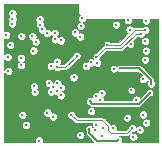
<source format=gbr>
%TF.GenerationSoftware,KiCad,Pcbnew,(5.1.6)-1*%
%TF.CreationDate,2021-06-02T19:48:48-07:00*%
%TF.ProjectId,Miniscope-v4-Wire-Free,4d696e69-7363-46f7-9065-2d76342d5769,rev?*%
%TF.SameCoordinates,Original*%
%TF.FileFunction,Copper,L2,Inr*%
%TF.FilePolarity,Positive*%
%FSLAX46Y46*%
G04 Gerber Fmt 4.6, Leading zero omitted, Abs format (unit mm)*
G04 Created by KiCad (PCBNEW (5.1.6)-1) date 2021-06-02 19:48:48*
%MOMM*%
%LPD*%
G01*
G04 APERTURE LIST*
%TA.AperFunction,ViaPad*%
%ADD10C,0.304800*%
%TD*%
%TA.AperFunction,ViaPad*%
%ADD11C,0.254000*%
%TD*%
%TA.AperFunction,Conductor*%
%ADD12C,0.152400*%
%TD*%
%TA.AperFunction,Conductor*%
%ADD13C,0.101600*%
%TD*%
G04 APERTURE END LIST*
D10*
%TO.N,GND*%
X92060200Y-69335600D03*
X81571700Y-61131400D03*
X81889200Y-58464400D03*
X83210000Y-61537800D03*
X81051000Y-68497400D03*
X82625800Y-69275800D03*
X82079700Y-63988900D03*
X83349700Y-68357700D03*
X81127200Y-62274400D03*
X83819600Y-69551500D03*
X81114500Y-65779600D03*
X83946500Y-60170600D03*
X89318700Y-67316300D03*
X88417000Y-59963000D03*
X91615200Y-69707000D03*
X85722400Y-68835600D03*
X85032200Y-68810200D03*
X86131000Y-67544900D03*
X82090200Y-63476200D03*
D11*
X84999000Y-65322400D03*
D10*
X86446800Y-64941400D03*
D11*
X85049800Y-62858600D03*
D10*
X83556203Y-64504598D03*
X83957611Y-64010396D03*
D11*
X86672400Y-62754000D03*
D10*
X85474133Y-59612893D03*
D11*
X89698000Y-68853000D03*
X89129800Y-60915800D03*
X89850400Y-62299800D03*
X90907800Y-62840800D03*
D10*
X90282200Y-64535000D03*
X83932200Y-66033600D03*
%TO.N,/SD_DAT2*%
X79844500Y-60890100D03*
%TO.N,/SD_DAT3*%
X80187400Y-61741000D03*
%TO.N,/SD_DAT0*%
X82067000Y-61017100D03*
%TO.N,/SD_CMD*%
X79971500Y-62769700D03*
%TO.N,/SD_CLK*%
X81130607Y-61000993D03*
%TO.N,/SD_DAT1*%
X80352500Y-59937600D03*
D11*
%TO.N,/USB_VBUS*%
X91983500Y-65774900D03*
D10*
X86933200Y-66502800D03*
%TO.N,/SWCLK*%
X86154200Y-60123400D03*
%TO.N,/SWDIO*%
X86116600Y-61029800D03*
D11*
%TO.N,+1V8*%
X90374400Y-61697800D03*
D10*
X82706100Y-60017900D03*
X81114500Y-63447200D03*
X85664425Y-60683005D03*
X81508200Y-68522800D03*
X82143200Y-62210900D03*
X88021597Y-68785053D03*
X84465600Y-66006475D03*
X84160800Y-63595200D03*
D11*
X85828800Y-62641800D03*
D10*
X87920000Y-65805000D03*
X91145275Y-68904400D03*
D11*
X90374400Y-61697800D03*
D10*
X91676198Y-62223610D03*
X91676174Y-59683600D03*
%TO.N,/SPI1_MOSI*%
X83451300Y-64966800D03*
%TO.N,/SPI1_MISO*%
X83787717Y-65298375D03*
%TO.N,/SDMMC1_D0*%
X82884880Y-60430360D03*
%TO.N,/SDMMC1_D1*%
X82675813Y-59581213D03*
X83982160Y-61273640D03*
%TO.N,/SDMMC1_D3*%
X80365202Y-59074000D03*
X84454600Y-61359968D03*
%TO.N,/SDMMC1_CMD*%
X80377900Y-59505800D03*
%TO.N,/SDMMC1_CK*%
X82346400Y-61461600D03*
D11*
%TO.N,+3V3*%
X90079000Y-67913200D03*
X90434600Y-65576400D03*
D10*
X83946500Y-60720600D03*
X83311500Y-60720600D03*
X91424700Y-64644610D03*
X83792000Y-67802000D03*
X81216100Y-67684600D03*
X81114500Y-62833200D03*
X80035000Y-63950800D03*
X82259295Y-65741708D03*
D11*
X90434600Y-65576400D03*
X90079000Y-67913200D03*
D10*
X83652687Y-65681699D03*
%TO.N,/LED_PWM*%
X91245317Y-60771100D03*
D11*
X87472400Y-62746600D03*
D10*
%TO.N,VDC*%
X87043200Y-67349700D03*
X82625800Y-69830900D03*
X89307600Y-69800400D03*
D11*
X86861000Y-68843400D03*
%TO.N,/ENT*%
X88936000Y-63747600D03*
D10*
X90290855Y-60437692D03*
D11*
X88936000Y-63747600D03*
D10*
%TO.N,/VDD_PIX*%
X85546000Y-64489600D03*
X83627400Y-63519002D03*
%TO.N,Net-(C3-Pad2)*%
X87808100Y-66367500D03*
%TO.N,Net-(C4-Pad2)*%
X90857000Y-66367500D03*
%TO.N,/VDDA*%
X89129800Y-60025800D03*
%TO.N,Net-(R1-Pad1)*%
X87449600Y-68480000D03*
%TO.N,Net-(D2-Pad1)*%
X82191800Y-65254200D03*
%TO.N,/RESET_N*%
X84480000Y-65346075D03*
X86614267Y-63531700D03*
%TO.N,/TRIGGER0*%
X84165513Y-65676275D03*
X87550000Y-63250000D03*
%TO.N,/MONITOR0*%
X83334800Y-67471800D03*
%TO.N,/BAT+*%
X86125873Y-69346527D03*
%TO.N,Net-(L1-Pad1)*%
X87945402Y-69462600D03*
%TO.N,Net-(L2-Pad1)*%
X90614100Y-69513400D03*
D11*
%TO.N,/XIN32*%
X88418600Y-61702200D03*
D10*
X91628400Y-60466300D03*
%TO.N,/XOUT32*%
X90167400Y-59640800D03*
%TO.N,/VDDCORE*%
X91589800Y-62993600D03*
%TO.N,/nRESET*%
X87437400Y-66084400D03*
%TO.N,Net-(L5-Pad2)*%
X91615200Y-61410790D03*
%TO.N,/CLK1_OUT*%
X84150000Y-63150000D03*
X87058100Y-63224392D03*
D11*
%TO.N,/ADC0*%
X85340800Y-67650200D03*
D10*
X90536200Y-68776800D03*
%TO.N,/PCC_DATA7*%
X84175200Y-65002360D03*
D11*
%TO.N,/I_LED*%
X89443500Y-63730200D03*
D10*
X92123196Y-65025600D03*
%TO.N,/UART_RX*%
X91704600Y-68319600D03*
%TO.N,/UART_TX*%
X91441871Y-67629458D03*
%TO.N,/SD_DET*%
X86281200Y-59488402D03*
%TO.N,/nCHRG*%
X87398800Y-68962600D03*
X88872000Y-68810200D03*
%TD*%
D12*
%TO.N,GND*%
X89318700Y-68473700D02*
X89318700Y-67316300D01*
X89698000Y-68853000D02*
X89318700Y-68473700D01*
%TO.N,/USB_VBUS*%
X91983500Y-65774900D02*
X91060699Y-66697701D01*
X91060699Y-66697701D02*
X87128101Y-66697701D01*
X87128101Y-66697701D02*
X86933200Y-66502800D01*
D13*
%TO.N,+1V8*%
X85828800Y-62641800D02*
X84850000Y-63620600D01*
X84186200Y-63620600D02*
X84160800Y-63595200D01*
X84850000Y-63620600D02*
X84186200Y-63620600D01*
%TO.N,/LED_PWM*%
X88216000Y-62003000D02*
X87472400Y-62746600D01*
X90827800Y-60771100D02*
X89595900Y-62003000D01*
X89595900Y-62003000D02*
X88216000Y-62003000D01*
X91245317Y-60771100D02*
X90827800Y-60771100D01*
D12*
%TO.N,VDC*%
X89256400Y-69851600D02*
X87525800Y-69851600D01*
X87525800Y-69851600D02*
X86861000Y-69186800D01*
X86861000Y-69186800D02*
X86861000Y-68843400D01*
X89307600Y-69800400D02*
X89256400Y-69851600D01*
D13*
%TO.N,/XIN32*%
X91628400Y-60466300D02*
X90726200Y-60466300D01*
X90726200Y-60466300D02*
X89490300Y-61702200D01*
X89490300Y-61702200D02*
X88418600Y-61702200D01*
%TO.N,/ADC0*%
X90104400Y-69208600D02*
X90536200Y-68776800D01*
X88758200Y-69208600D02*
X90104400Y-69208600D01*
X88478800Y-68620200D02*
X88478800Y-68929200D01*
X88478800Y-68929200D02*
X88758200Y-69208600D01*
X85340800Y-67650200D02*
X85815000Y-68124400D01*
X85815000Y-68124400D02*
X87983000Y-68124400D01*
X87983000Y-68124400D02*
X88478800Y-68620200D01*
D12*
%TO.N,/I_LED*%
X89443500Y-63730200D02*
X91119900Y-63730200D01*
X91119900Y-63730200D02*
X92123196Y-64733496D01*
X92123196Y-64733496D02*
X92123196Y-65025600D01*
%TD*%
D13*
%TO.N,GND*%
G36*
X85949200Y-59000000D02*
G01*
X85950176Y-59009911D01*
X85953067Y-59019440D01*
X85957761Y-59028223D01*
X85964079Y-59035921D01*
X86105969Y-59177811D01*
X86054518Y-59212189D01*
X86004987Y-59261720D01*
X85966071Y-59319962D01*
X85939265Y-59384677D01*
X85925600Y-59453378D01*
X85925600Y-59523426D01*
X85939265Y-59592127D01*
X85966071Y-59656842D01*
X86004987Y-59715084D01*
X86054518Y-59764615D01*
X86073024Y-59776980D01*
X86050475Y-59781465D01*
X85985760Y-59808271D01*
X85927518Y-59847187D01*
X85877987Y-59896718D01*
X85839071Y-59954960D01*
X85812265Y-60019675D01*
X85798600Y-60088376D01*
X85798600Y-60158424D01*
X85812265Y-60227125D01*
X85839071Y-60291840D01*
X85877987Y-60350082D01*
X85927518Y-60399613D01*
X85985760Y-60438529D01*
X86050475Y-60465335D01*
X86119176Y-60479000D01*
X86189224Y-60479000D01*
X86257925Y-60465335D01*
X86322640Y-60438529D01*
X86380882Y-60399613D01*
X86430413Y-60350082D01*
X86469329Y-60291840D01*
X86496135Y-60227125D01*
X86509800Y-60158424D01*
X86509800Y-60088376D01*
X86496135Y-60019675D01*
X86484165Y-59990776D01*
X88774200Y-59990776D01*
X88774200Y-60060824D01*
X88787865Y-60129525D01*
X88814671Y-60194240D01*
X88853587Y-60252482D01*
X88903118Y-60302013D01*
X88961360Y-60340929D01*
X89026075Y-60367735D01*
X89094776Y-60381400D01*
X89164824Y-60381400D01*
X89233525Y-60367735D01*
X89298240Y-60340929D01*
X89356482Y-60302013D01*
X89406013Y-60252482D01*
X89444929Y-60194240D01*
X89471735Y-60129525D01*
X89485400Y-60060824D01*
X89485400Y-59990776D01*
X89471735Y-59922075D01*
X89444929Y-59857360D01*
X89406013Y-59799118D01*
X89356482Y-59749587D01*
X89298240Y-59710671D01*
X89233525Y-59683865D01*
X89164824Y-59670200D01*
X89094776Y-59670200D01*
X89026075Y-59683865D01*
X88961360Y-59710671D01*
X88903118Y-59749587D01*
X88853587Y-59799118D01*
X88814671Y-59857360D01*
X88787865Y-59922075D01*
X88774200Y-59990776D01*
X86484165Y-59990776D01*
X86469329Y-59954960D01*
X86430413Y-59896718D01*
X86380882Y-59847187D01*
X86362376Y-59834822D01*
X86384925Y-59830337D01*
X86449640Y-59803531D01*
X86507882Y-59764615D01*
X86557413Y-59715084D01*
X86596329Y-59656842D01*
X86623135Y-59592127D01*
X86631355Y-59550800D01*
X89822735Y-59550800D01*
X89811800Y-59605776D01*
X89811800Y-59675824D01*
X89825465Y-59744525D01*
X89852271Y-59809240D01*
X89891187Y-59867482D01*
X89940718Y-59917013D01*
X89998960Y-59955929D01*
X90063675Y-59982735D01*
X90132376Y-59996400D01*
X90202424Y-59996400D01*
X90271125Y-59982735D01*
X90335840Y-59955929D01*
X90394082Y-59917013D01*
X90443613Y-59867482D01*
X90482529Y-59809240D01*
X90509335Y-59744525D01*
X90523000Y-59675824D01*
X90523000Y-59605776D01*
X90512065Y-59550800D01*
X91346282Y-59550800D01*
X91334239Y-59579875D01*
X91320574Y-59648576D01*
X91320574Y-59718624D01*
X91334239Y-59787325D01*
X91361045Y-59852040D01*
X91399961Y-59910282D01*
X91449492Y-59959813D01*
X91507734Y-59998729D01*
X91572449Y-60025535D01*
X91641150Y-60039200D01*
X91711198Y-60039200D01*
X91779899Y-60025535D01*
X91844614Y-59998729D01*
X91902856Y-59959813D01*
X91952387Y-59910282D01*
X91991303Y-59852040D01*
X92018109Y-59787325D01*
X92031774Y-59718624D01*
X92031774Y-59648576D01*
X92018109Y-59579875D01*
X92006066Y-59550800D01*
X92699200Y-59550800D01*
X92699200Y-69949200D01*
X89630864Y-69949200D01*
X89649535Y-69904125D01*
X89663200Y-69835424D01*
X89663200Y-69765376D01*
X89649535Y-69696675D01*
X89622729Y-69631960D01*
X89583813Y-69573718D01*
X89534282Y-69524187D01*
X89476040Y-69485271D01*
X89421308Y-69462600D01*
X90091942Y-69462600D01*
X90104400Y-69463827D01*
X90116858Y-69462600D01*
X90116869Y-69462600D01*
X90154193Y-69458924D01*
X90202072Y-69444400D01*
X90246197Y-69420814D01*
X90262723Y-69407251D01*
X90275188Y-69397022D01*
X90275191Y-69397019D01*
X90278549Y-69394263D01*
X90272165Y-69409675D01*
X90258500Y-69478376D01*
X90258500Y-69548424D01*
X90272165Y-69617125D01*
X90298971Y-69681840D01*
X90337887Y-69740082D01*
X90387418Y-69789613D01*
X90445660Y-69828529D01*
X90510375Y-69855335D01*
X90579076Y-69869000D01*
X90649124Y-69869000D01*
X90717825Y-69855335D01*
X90782540Y-69828529D01*
X90840782Y-69789613D01*
X90890313Y-69740082D01*
X90929229Y-69681840D01*
X90956035Y-69617125D01*
X90969700Y-69548424D01*
X90969700Y-69478376D01*
X90956035Y-69409675D01*
X90929229Y-69344960D01*
X90890313Y-69286718D01*
X90840782Y-69237187D01*
X90782540Y-69198271D01*
X90717825Y-69171465D01*
X90649124Y-69157800D01*
X90579076Y-69157800D01*
X90510375Y-69171465D01*
X90493935Y-69178275D01*
X90539810Y-69132400D01*
X90571224Y-69132400D01*
X90639925Y-69118735D01*
X90704640Y-69091929D01*
X90762882Y-69053013D01*
X90804638Y-69011257D01*
X90830146Y-69072840D01*
X90869062Y-69131082D01*
X90918593Y-69180613D01*
X90976835Y-69219529D01*
X91041550Y-69246335D01*
X91110251Y-69260000D01*
X91180299Y-69260000D01*
X91249000Y-69246335D01*
X91313715Y-69219529D01*
X91371957Y-69180613D01*
X91421488Y-69131082D01*
X91460404Y-69072840D01*
X91487210Y-69008125D01*
X91500875Y-68939424D01*
X91500875Y-68869376D01*
X91487210Y-68800675D01*
X91460404Y-68735960D01*
X91421488Y-68677718D01*
X91371957Y-68628187D01*
X91313715Y-68589271D01*
X91249000Y-68562465D01*
X91180299Y-68548800D01*
X91110251Y-68548800D01*
X91041550Y-68562465D01*
X90976835Y-68589271D01*
X90918593Y-68628187D01*
X90876837Y-68669943D01*
X90851329Y-68608360D01*
X90812413Y-68550118D01*
X90762882Y-68500587D01*
X90704640Y-68461671D01*
X90639925Y-68434865D01*
X90571224Y-68421200D01*
X90501176Y-68421200D01*
X90432475Y-68434865D01*
X90367760Y-68461671D01*
X90309518Y-68500587D01*
X90259987Y-68550118D01*
X90221071Y-68608360D01*
X90194265Y-68673075D01*
X90180600Y-68741776D01*
X90180600Y-68773190D01*
X89999190Y-68954600D01*
X89197087Y-68954600D01*
X89213935Y-68913925D01*
X89227600Y-68845224D01*
X89227600Y-68775176D01*
X89213935Y-68706475D01*
X89187129Y-68641760D01*
X89148213Y-68583518D01*
X89098682Y-68533987D01*
X89040440Y-68495071D01*
X88975725Y-68468265D01*
X88907024Y-68454600D01*
X88836976Y-68454600D01*
X88768275Y-68468265D01*
X88703560Y-68495071D01*
X88700881Y-68496861D01*
X88691014Y-68478403D01*
X88659273Y-68439727D01*
X88649591Y-68431781D01*
X88502386Y-68284576D01*
X91349000Y-68284576D01*
X91349000Y-68354624D01*
X91362665Y-68423325D01*
X91389471Y-68488040D01*
X91428387Y-68546282D01*
X91477918Y-68595813D01*
X91536160Y-68634729D01*
X91600875Y-68661535D01*
X91669576Y-68675200D01*
X91739624Y-68675200D01*
X91808325Y-68661535D01*
X91873040Y-68634729D01*
X91931282Y-68595813D01*
X91980813Y-68546282D01*
X92019729Y-68488040D01*
X92046535Y-68423325D01*
X92060200Y-68354624D01*
X92060200Y-68284576D01*
X92046535Y-68215875D01*
X92019729Y-68151160D01*
X91980813Y-68092918D01*
X91931282Y-68043387D01*
X91873040Y-68004471D01*
X91808325Y-67977665D01*
X91739624Y-67964000D01*
X91669576Y-67964000D01*
X91600875Y-67977665D01*
X91536160Y-68004471D01*
X91477918Y-68043387D01*
X91428387Y-68092918D01*
X91389471Y-68151160D01*
X91362665Y-68215875D01*
X91349000Y-68284576D01*
X88502386Y-68284576D01*
X88171419Y-67953609D01*
X88163473Y-67943927D01*
X88153791Y-67935981D01*
X88153788Y-67935978D01*
X88141323Y-67925749D01*
X88124797Y-67912186D01*
X88080672Y-67888600D01*
X88054557Y-67880678D01*
X89748800Y-67880678D01*
X89748800Y-67945722D01*
X89761489Y-68009516D01*
X89786380Y-68069608D01*
X89822517Y-68123690D01*
X89868510Y-68169683D01*
X89922592Y-68205820D01*
X89982684Y-68230711D01*
X90046478Y-68243400D01*
X90111522Y-68243400D01*
X90175316Y-68230711D01*
X90235408Y-68205820D01*
X90289490Y-68169683D01*
X90335483Y-68123690D01*
X90371620Y-68069608D01*
X90396511Y-68009516D01*
X90409200Y-67945722D01*
X90409200Y-67880678D01*
X90396511Y-67816884D01*
X90371620Y-67756792D01*
X90335483Y-67702710D01*
X90289490Y-67656717D01*
X90235408Y-67620580D01*
X90175316Y-67595689D01*
X90169007Y-67594434D01*
X91086271Y-67594434D01*
X91086271Y-67664482D01*
X91099936Y-67733183D01*
X91126742Y-67797898D01*
X91165658Y-67856140D01*
X91215189Y-67905671D01*
X91273431Y-67944587D01*
X91338146Y-67971393D01*
X91406847Y-67985058D01*
X91476895Y-67985058D01*
X91545596Y-67971393D01*
X91610311Y-67944587D01*
X91668553Y-67905671D01*
X91718084Y-67856140D01*
X91757000Y-67797898D01*
X91783806Y-67733183D01*
X91797471Y-67664482D01*
X91797471Y-67594434D01*
X91783806Y-67525733D01*
X91757000Y-67461018D01*
X91718084Y-67402776D01*
X91668553Y-67353245D01*
X91610311Y-67314329D01*
X91545596Y-67287523D01*
X91476895Y-67273858D01*
X91406847Y-67273858D01*
X91338146Y-67287523D01*
X91273431Y-67314329D01*
X91215189Y-67353245D01*
X91165658Y-67402776D01*
X91126742Y-67461018D01*
X91099936Y-67525733D01*
X91086271Y-67594434D01*
X90169007Y-67594434D01*
X90111522Y-67583000D01*
X90046478Y-67583000D01*
X89982684Y-67595689D01*
X89922592Y-67620580D01*
X89868510Y-67656717D01*
X89822517Y-67702710D01*
X89786380Y-67756792D01*
X89761489Y-67816884D01*
X89748800Y-67880678D01*
X88054557Y-67880678D01*
X88032793Y-67874076D01*
X87995469Y-67870400D01*
X87995458Y-67870400D01*
X87983000Y-67869173D01*
X87970542Y-67870400D01*
X85920210Y-67870400D01*
X85671000Y-67621190D01*
X85671000Y-67617678D01*
X85658311Y-67553884D01*
X85633420Y-67493792D01*
X85597283Y-67439710D01*
X85551290Y-67393717D01*
X85497208Y-67357580D01*
X85437116Y-67332689D01*
X85373322Y-67320000D01*
X85308278Y-67320000D01*
X85244484Y-67332689D01*
X85184392Y-67357580D01*
X85130310Y-67393717D01*
X85084317Y-67439710D01*
X85048180Y-67493792D01*
X85023289Y-67553884D01*
X85010600Y-67617678D01*
X85010600Y-67682722D01*
X85023289Y-67746516D01*
X85048180Y-67806608D01*
X85084317Y-67860690D01*
X85130310Y-67906683D01*
X85184392Y-67942820D01*
X85244484Y-67967711D01*
X85308278Y-67980400D01*
X85311790Y-67980400D01*
X85626581Y-68295191D01*
X85634527Y-68304873D01*
X85644209Y-68312819D01*
X85644211Y-68312821D01*
X85673203Y-68336614D01*
X85717328Y-68360200D01*
X85765207Y-68374724D01*
X85802531Y-68378400D01*
X85802541Y-68378400D01*
X85814999Y-68379627D01*
X85827457Y-68378400D01*
X87107242Y-68378400D01*
X87094000Y-68444976D01*
X87094000Y-68515024D01*
X87107665Y-68583725D01*
X87134471Y-68648440D01*
X87164750Y-68693755D01*
X87158861Y-68699644D01*
X87153620Y-68686992D01*
X87117483Y-68632910D01*
X87071490Y-68586917D01*
X87017408Y-68550780D01*
X86957316Y-68525889D01*
X86893522Y-68513200D01*
X86828478Y-68513200D01*
X86764684Y-68525889D01*
X86704592Y-68550780D01*
X86650510Y-68586917D01*
X86604517Y-68632910D01*
X86568380Y-68686992D01*
X86543489Y-68747084D01*
X86530800Y-68810878D01*
X86530800Y-68875922D01*
X86543489Y-68939716D01*
X86568380Y-68999808D01*
X86581600Y-69019593D01*
X86581600Y-69173084D01*
X86580249Y-69186800D01*
X86581600Y-69200515D01*
X86585644Y-69241571D01*
X86601620Y-69294238D01*
X86627564Y-69342777D01*
X86662479Y-69385321D01*
X86673141Y-69394071D01*
X87228268Y-69949200D01*
X82961698Y-69949200D01*
X82967735Y-69934625D01*
X82981400Y-69865924D01*
X82981400Y-69795876D01*
X82967735Y-69727175D01*
X82940929Y-69662460D01*
X82902013Y-69604218D01*
X82852482Y-69554687D01*
X82794240Y-69515771D01*
X82729525Y-69488965D01*
X82660824Y-69475300D01*
X82590776Y-69475300D01*
X82522075Y-69488965D01*
X82457360Y-69515771D01*
X82399118Y-69554687D01*
X82349587Y-69604218D01*
X82310671Y-69662460D01*
X82283865Y-69727175D01*
X82270200Y-69795876D01*
X82270200Y-69865924D01*
X82283865Y-69934625D01*
X82289902Y-69949200D01*
X79700800Y-69949200D01*
X79700800Y-69311503D01*
X85770273Y-69311503D01*
X85770273Y-69381551D01*
X85783938Y-69450252D01*
X85810744Y-69514967D01*
X85849660Y-69573209D01*
X85899191Y-69622740D01*
X85957433Y-69661656D01*
X86022148Y-69688462D01*
X86090849Y-69702127D01*
X86160897Y-69702127D01*
X86229598Y-69688462D01*
X86294313Y-69661656D01*
X86352555Y-69622740D01*
X86402086Y-69573209D01*
X86441002Y-69514967D01*
X86467808Y-69450252D01*
X86481473Y-69381551D01*
X86481473Y-69311503D01*
X86467808Y-69242802D01*
X86441002Y-69178087D01*
X86402086Y-69119845D01*
X86352555Y-69070314D01*
X86294313Y-69031398D01*
X86229598Y-69004592D01*
X86160897Y-68990927D01*
X86090849Y-68990927D01*
X86022148Y-69004592D01*
X85957433Y-69031398D01*
X85899191Y-69070314D01*
X85849660Y-69119845D01*
X85810744Y-69178087D01*
X85783938Y-69242802D01*
X85770273Y-69311503D01*
X79700800Y-69311503D01*
X79700800Y-68487776D01*
X81152600Y-68487776D01*
X81152600Y-68557824D01*
X81166265Y-68626525D01*
X81193071Y-68691240D01*
X81231987Y-68749482D01*
X81281518Y-68799013D01*
X81339760Y-68837929D01*
X81404475Y-68864735D01*
X81473176Y-68878400D01*
X81543224Y-68878400D01*
X81611925Y-68864735D01*
X81676640Y-68837929D01*
X81734882Y-68799013D01*
X81784413Y-68749482D01*
X81823329Y-68691240D01*
X81850135Y-68626525D01*
X81863800Y-68557824D01*
X81863800Y-68487776D01*
X81850135Y-68419075D01*
X81823329Y-68354360D01*
X81784413Y-68296118D01*
X81734882Y-68246587D01*
X81676640Y-68207671D01*
X81611925Y-68180865D01*
X81543224Y-68167200D01*
X81473176Y-68167200D01*
X81404475Y-68180865D01*
X81339760Y-68207671D01*
X81281518Y-68246587D01*
X81231987Y-68296118D01*
X81193071Y-68354360D01*
X81166265Y-68419075D01*
X81152600Y-68487776D01*
X79700800Y-68487776D01*
X79700800Y-67649576D01*
X80860500Y-67649576D01*
X80860500Y-67719624D01*
X80874165Y-67788325D01*
X80900971Y-67853040D01*
X80939887Y-67911282D01*
X80989418Y-67960813D01*
X81047660Y-67999729D01*
X81112375Y-68026535D01*
X81181076Y-68040200D01*
X81251124Y-68040200D01*
X81319825Y-68026535D01*
X81384540Y-67999729D01*
X81442782Y-67960813D01*
X81492313Y-67911282D01*
X81531229Y-67853040D01*
X81558035Y-67788325D01*
X81571700Y-67719624D01*
X81571700Y-67649576D01*
X81558035Y-67580875D01*
X81531229Y-67516160D01*
X81492313Y-67457918D01*
X81471171Y-67436776D01*
X82979200Y-67436776D01*
X82979200Y-67506824D01*
X82992865Y-67575525D01*
X83019671Y-67640240D01*
X83058587Y-67698482D01*
X83108118Y-67748013D01*
X83166360Y-67786929D01*
X83231075Y-67813735D01*
X83299776Y-67827400D01*
X83369824Y-67827400D01*
X83436400Y-67814158D01*
X83436400Y-67837024D01*
X83450065Y-67905725D01*
X83476871Y-67970440D01*
X83515787Y-68028682D01*
X83565318Y-68078213D01*
X83623560Y-68117129D01*
X83688275Y-68143935D01*
X83756976Y-68157600D01*
X83827024Y-68157600D01*
X83895725Y-68143935D01*
X83960440Y-68117129D01*
X84018682Y-68078213D01*
X84068213Y-68028682D01*
X84107129Y-67970440D01*
X84133935Y-67905725D01*
X84147600Y-67837024D01*
X84147600Y-67766976D01*
X84133935Y-67698275D01*
X84107129Y-67633560D01*
X84068213Y-67575318D01*
X84018682Y-67525787D01*
X83960440Y-67486871D01*
X83895725Y-67460065D01*
X83827024Y-67446400D01*
X83756976Y-67446400D01*
X83690400Y-67459642D01*
X83690400Y-67436776D01*
X83676735Y-67368075D01*
X83654617Y-67314676D01*
X86687600Y-67314676D01*
X86687600Y-67384724D01*
X86701265Y-67453425D01*
X86728071Y-67518140D01*
X86766987Y-67576382D01*
X86816518Y-67625913D01*
X86874760Y-67664829D01*
X86939475Y-67691635D01*
X87008176Y-67705300D01*
X87078224Y-67705300D01*
X87146925Y-67691635D01*
X87211640Y-67664829D01*
X87269882Y-67625913D01*
X87319413Y-67576382D01*
X87358329Y-67518140D01*
X87385135Y-67453425D01*
X87398800Y-67384724D01*
X87398800Y-67314676D01*
X87385135Y-67245975D01*
X87358329Y-67181260D01*
X87319413Y-67123018D01*
X87269882Y-67073487D01*
X87211640Y-67034571D01*
X87146925Y-67007765D01*
X87078224Y-66994100D01*
X87008176Y-66994100D01*
X86939475Y-67007765D01*
X86874760Y-67034571D01*
X86816518Y-67073487D01*
X86766987Y-67123018D01*
X86728071Y-67181260D01*
X86701265Y-67245975D01*
X86687600Y-67314676D01*
X83654617Y-67314676D01*
X83649929Y-67303360D01*
X83611013Y-67245118D01*
X83561482Y-67195587D01*
X83503240Y-67156671D01*
X83438525Y-67129865D01*
X83369824Y-67116200D01*
X83299776Y-67116200D01*
X83231075Y-67129865D01*
X83166360Y-67156671D01*
X83108118Y-67195587D01*
X83058587Y-67245118D01*
X83019671Y-67303360D01*
X82992865Y-67368075D01*
X82979200Y-67436776D01*
X81471171Y-67436776D01*
X81442782Y-67408387D01*
X81384540Y-67369471D01*
X81319825Y-67342665D01*
X81251124Y-67329000D01*
X81181076Y-67329000D01*
X81112375Y-67342665D01*
X81047660Y-67369471D01*
X80989418Y-67408387D01*
X80939887Y-67457918D01*
X80900971Y-67516160D01*
X80874165Y-67580875D01*
X80860500Y-67649576D01*
X79700800Y-67649576D01*
X79700800Y-66467776D01*
X86577600Y-66467776D01*
X86577600Y-66537824D01*
X86591265Y-66606525D01*
X86618071Y-66671240D01*
X86656987Y-66729482D01*
X86706518Y-66779013D01*
X86764760Y-66817929D01*
X86829475Y-66844735D01*
X86892550Y-66857281D01*
X86920834Y-66885565D01*
X86929580Y-66896222D01*
X86972123Y-66931136D01*
X86972124Y-66931137D01*
X87020662Y-66957081D01*
X87073329Y-66973057D01*
X87128101Y-66978452D01*
X87141817Y-66977101D01*
X91046983Y-66977101D01*
X91060699Y-66978452D01*
X91074415Y-66977101D01*
X91115471Y-66973057D01*
X91168138Y-66957081D01*
X91216676Y-66931137D01*
X91259220Y-66896222D01*
X91267970Y-66885560D01*
X92056478Y-66097053D01*
X92079816Y-66092411D01*
X92139908Y-66067520D01*
X92193990Y-66031383D01*
X92239983Y-65985390D01*
X92276120Y-65931308D01*
X92301011Y-65871216D01*
X92313700Y-65807422D01*
X92313700Y-65742378D01*
X92301011Y-65678584D01*
X92276120Y-65618492D01*
X92239983Y-65564410D01*
X92193990Y-65518417D01*
X92139908Y-65482280D01*
X92079816Y-65457389D01*
X92016022Y-65444700D01*
X91950978Y-65444700D01*
X91887184Y-65457389D01*
X91827092Y-65482280D01*
X91773010Y-65518417D01*
X91727017Y-65564410D01*
X91690880Y-65618492D01*
X91665989Y-65678584D01*
X91661347Y-65701922D01*
X91168957Y-66194313D01*
X91133213Y-66140818D01*
X91083682Y-66091287D01*
X91025440Y-66052371D01*
X90960725Y-66025565D01*
X90892024Y-66011900D01*
X90821976Y-66011900D01*
X90753275Y-66025565D01*
X90688560Y-66052371D01*
X90630318Y-66091287D01*
X90580787Y-66140818D01*
X90541871Y-66199060D01*
X90515065Y-66263775D01*
X90501400Y-66332476D01*
X90501400Y-66402524D01*
X90504538Y-66418301D01*
X88160562Y-66418301D01*
X88163700Y-66402524D01*
X88163700Y-66332476D01*
X88150035Y-66263775D01*
X88123229Y-66199060D01*
X88084313Y-66140818D01*
X88070892Y-66127397D01*
X88088440Y-66120129D01*
X88146682Y-66081213D01*
X88196213Y-66031682D01*
X88235129Y-65973440D01*
X88261935Y-65908725D01*
X88275600Y-65840024D01*
X88275600Y-65769976D01*
X88261935Y-65701275D01*
X88235129Y-65636560D01*
X88196213Y-65578318D01*
X88161773Y-65543878D01*
X90104400Y-65543878D01*
X90104400Y-65608922D01*
X90117089Y-65672716D01*
X90141980Y-65732808D01*
X90178117Y-65786890D01*
X90224110Y-65832883D01*
X90278192Y-65869020D01*
X90338284Y-65893911D01*
X90402078Y-65906600D01*
X90467122Y-65906600D01*
X90530916Y-65893911D01*
X90591008Y-65869020D01*
X90645090Y-65832883D01*
X90691083Y-65786890D01*
X90727220Y-65732808D01*
X90752111Y-65672716D01*
X90764800Y-65608922D01*
X90764800Y-65543878D01*
X90752111Y-65480084D01*
X90727220Y-65419992D01*
X90691083Y-65365910D01*
X90645090Y-65319917D01*
X90591008Y-65283780D01*
X90530916Y-65258889D01*
X90467122Y-65246200D01*
X90402078Y-65246200D01*
X90338284Y-65258889D01*
X90278192Y-65283780D01*
X90224110Y-65319917D01*
X90178117Y-65365910D01*
X90141980Y-65419992D01*
X90117089Y-65480084D01*
X90104400Y-65543878D01*
X88161773Y-65543878D01*
X88146682Y-65528787D01*
X88088440Y-65489871D01*
X88023725Y-65463065D01*
X87955024Y-65449400D01*
X87884976Y-65449400D01*
X87816275Y-65463065D01*
X87751560Y-65489871D01*
X87693318Y-65528787D01*
X87643787Y-65578318D01*
X87604871Y-65636560D01*
X87578065Y-65701275D01*
X87567684Y-65753466D01*
X87541125Y-65742465D01*
X87472424Y-65728800D01*
X87402376Y-65728800D01*
X87333675Y-65742465D01*
X87268960Y-65769271D01*
X87210718Y-65808187D01*
X87161187Y-65857718D01*
X87122271Y-65915960D01*
X87095465Y-65980675D01*
X87081800Y-66049376D01*
X87081800Y-66119424D01*
X87094812Y-66184843D01*
X87036925Y-66160865D01*
X86968224Y-66147200D01*
X86898176Y-66147200D01*
X86829475Y-66160865D01*
X86764760Y-66187671D01*
X86706518Y-66226587D01*
X86656987Y-66276118D01*
X86618071Y-66334360D01*
X86591265Y-66399075D01*
X86577600Y-66467776D01*
X79700800Y-66467776D01*
X79700800Y-65219176D01*
X81836200Y-65219176D01*
X81836200Y-65289224D01*
X81849865Y-65357925D01*
X81876671Y-65422640D01*
X81915587Y-65480882D01*
X81965118Y-65530413D01*
X81970429Y-65533962D01*
X81944166Y-65573268D01*
X81917360Y-65637983D01*
X81903695Y-65706684D01*
X81903695Y-65776732D01*
X81917360Y-65845433D01*
X81944166Y-65910148D01*
X81983082Y-65968390D01*
X82032613Y-66017921D01*
X82090855Y-66056837D01*
X82155570Y-66083643D01*
X82224271Y-66097308D01*
X82294319Y-66097308D01*
X82363020Y-66083643D01*
X82427735Y-66056837D01*
X82485977Y-66017921D01*
X82535508Y-65968390D01*
X82574424Y-65910148D01*
X82601230Y-65845433D01*
X82614895Y-65776732D01*
X82614895Y-65706684D01*
X82601230Y-65637983D01*
X82574424Y-65573268D01*
X82535508Y-65515026D01*
X82485977Y-65465495D01*
X82480666Y-65461946D01*
X82506929Y-65422640D01*
X82533735Y-65357925D01*
X82547400Y-65289224D01*
X82547400Y-65219176D01*
X82533735Y-65150475D01*
X82506929Y-65085760D01*
X82468013Y-65027518D01*
X82418482Y-64977987D01*
X82360240Y-64939071D01*
X82342629Y-64931776D01*
X83095700Y-64931776D01*
X83095700Y-65001824D01*
X83109365Y-65070525D01*
X83136171Y-65135240D01*
X83175087Y-65193482D01*
X83224618Y-65243013D01*
X83282860Y-65281929D01*
X83347575Y-65308735D01*
X83416276Y-65322400D01*
X83432117Y-65322400D01*
X83432117Y-65333399D01*
X83444056Y-65393424D01*
X83426005Y-65405486D01*
X83376474Y-65455017D01*
X83337558Y-65513259D01*
X83310752Y-65577974D01*
X83297087Y-65646675D01*
X83297087Y-65716723D01*
X83310752Y-65785424D01*
X83337558Y-65850139D01*
X83376474Y-65908381D01*
X83426005Y-65957912D01*
X83484247Y-65996828D01*
X83548962Y-66023634D01*
X83617663Y-66037299D01*
X83687711Y-66037299D01*
X83756412Y-66023634D01*
X83821127Y-65996828D01*
X83879369Y-65957912D01*
X83911812Y-65925469D01*
X83938831Y-65952488D01*
X83997073Y-65991404D01*
X84061788Y-66018210D01*
X84110000Y-66027800D01*
X84110000Y-66041499D01*
X84123665Y-66110200D01*
X84150471Y-66174915D01*
X84189387Y-66233157D01*
X84238918Y-66282688D01*
X84297160Y-66321604D01*
X84361875Y-66348410D01*
X84430576Y-66362075D01*
X84500624Y-66362075D01*
X84569325Y-66348410D01*
X84634040Y-66321604D01*
X84692282Y-66282688D01*
X84741813Y-66233157D01*
X84780729Y-66174915D01*
X84807535Y-66110200D01*
X84821200Y-66041499D01*
X84821200Y-65971451D01*
X84807535Y-65902750D01*
X84780729Y-65838035D01*
X84741813Y-65779793D01*
X84692282Y-65730262D01*
X84634040Y-65691346D01*
X84604856Y-65679257D01*
X84648440Y-65661204D01*
X84706682Y-65622288D01*
X84756213Y-65572757D01*
X84795129Y-65514515D01*
X84821935Y-65449800D01*
X84835600Y-65381099D01*
X84835600Y-65311051D01*
X84821935Y-65242350D01*
X84795129Y-65177635D01*
X84756213Y-65119393D01*
X84706682Y-65069862D01*
X84648440Y-65030946D01*
X84583725Y-65004140D01*
X84530800Y-64993613D01*
X84530800Y-64967336D01*
X84517135Y-64898635D01*
X84490329Y-64833920D01*
X84451413Y-64775678D01*
X84401882Y-64726147D01*
X84343640Y-64687231D01*
X84278925Y-64660425D01*
X84210224Y-64646760D01*
X84140176Y-64646760D01*
X84071475Y-64660425D01*
X84006760Y-64687231D01*
X83948518Y-64726147D01*
X83898987Y-64775678D01*
X83860071Y-64833920D01*
X83833265Y-64898635D01*
X83824419Y-64943109D01*
X83822741Y-64942775D01*
X83806900Y-64942775D01*
X83806900Y-64931776D01*
X83793235Y-64863075D01*
X83766429Y-64798360D01*
X83727513Y-64740118D01*
X83677982Y-64690587D01*
X83619740Y-64651671D01*
X83555025Y-64624865D01*
X83486324Y-64611200D01*
X83416276Y-64611200D01*
X83347575Y-64624865D01*
X83282860Y-64651671D01*
X83224618Y-64690587D01*
X83175087Y-64740118D01*
X83136171Y-64798360D01*
X83109365Y-64863075D01*
X83095700Y-64931776D01*
X82342629Y-64931776D01*
X82295525Y-64912265D01*
X82226824Y-64898600D01*
X82156776Y-64898600D01*
X82088075Y-64912265D01*
X82023360Y-64939071D01*
X81965118Y-64977987D01*
X81915587Y-65027518D01*
X81876671Y-65085760D01*
X81849865Y-65150475D01*
X81836200Y-65219176D01*
X79700800Y-65219176D01*
X79700800Y-64454576D01*
X85190400Y-64454576D01*
X85190400Y-64524624D01*
X85204065Y-64593325D01*
X85230871Y-64658040D01*
X85269787Y-64716282D01*
X85319318Y-64765813D01*
X85377560Y-64804729D01*
X85442275Y-64831535D01*
X85510976Y-64845200D01*
X85581024Y-64845200D01*
X85649725Y-64831535D01*
X85714440Y-64804729D01*
X85772682Y-64765813D01*
X85822213Y-64716282D01*
X85861129Y-64658040D01*
X85887935Y-64593325D01*
X85901600Y-64524624D01*
X85901600Y-64454576D01*
X85887935Y-64385875D01*
X85861129Y-64321160D01*
X85822213Y-64262918D01*
X85772682Y-64213387D01*
X85714440Y-64174471D01*
X85649725Y-64147665D01*
X85581024Y-64134000D01*
X85510976Y-64134000D01*
X85442275Y-64147665D01*
X85377560Y-64174471D01*
X85319318Y-64213387D01*
X85269787Y-64262918D01*
X85230871Y-64321160D01*
X85204065Y-64385875D01*
X85190400Y-64454576D01*
X79700800Y-64454576D01*
X79700800Y-64073199D01*
X79719871Y-64119240D01*
X79758787Y-64177482D01*
X79808318Y-64227013D01*
X79866560Y-64265929D01*
X79931275Y-64292735D01*
X79999976Y-64306400D01*
X80070024Y-64306400D01*
X80138725Y-64292735D01*
X80203440Y-64265929D01*
X80261682Y-64227013D01*
X80311213Y-64177482D01*
X80350129Y-64119240D01*
X80376935Y-64054525D01*
X80390600Y-63985824D01*
X80390600Y-63915776D01*
X80376935Y-63847075D01*
X80350129Y-63782360D01*
X80311213Y-63724118D01*
X80261682Y-63674587D01*
X80203440Y-63635671D01*
X80138725Y-63608865D01*
X80070024Y-63595200D01*
X79999976Y-63595200D01*
X79931275Y-63608865D01*
X79866560Y-63635671D01*
X79808318Y-63674587D01*
X79758787Y-63724118D01*
X79719871Y-63782360D01*
X79700800Y-63828401D01*
X79700800Y-63001895D01*
X79744818Y-63045913D01*
X79803060Y-63084829D01*
X79867775Y-63111635D01*
X79936476Y-63125300D01*
X80006524Y-63125300D01*
X80075225Y-63111635D01*
X80139940Y-63084829D01*
X80198182Y-63045913D01*
X80247713Y-62996382D01*
X80286629Y-62938140D01*
X80313435Y-62873425D01*
X80327100Y-62804724D01*
X80327100Y-62798176D01*
X80758900Y-62798176D01*
X80758900Y-62868224D01*
X80772565Y-62936925D01*
X80799371Y-63001640D01*
X80838287Y-63059882D01*
X80887818Y-63109413D01*
X80933894Y-63140200D01*
X80887818Y-63170987D01*
X80838287Y-63220518D01*
X80799371Y-63278760D01*
X80772565Y-63343475D01*
X80758900Y-63412176D01*
X80758900Y-63482224D01*
X80772565Y-63550925D01*
X80799371Y-63615640D01*
X80838287Y-63673882D01*
X80887818Y-63723413D01*
X80946060Y-63762329D01*
X81010775Y-63789135D01*
X81079476Y-63802800D01*
X81149524Y-63802800D01*
X81218225Y-63789135D01*
X81282940Y-63762329D01*
X81341182Y-63723413D01*
X81390713Y-63673882D01*
X81429629Y-63615640D01*
X81456435Y-63550925D01*
X81469751Y-63483978D01*
X83271800Y-63483978D01*
X83271800Y-63554026D01*
X83285465Y-63622727D01*
X83312271Y-63687442D01*
X83351187Y-63745684D01*
X83400718Y-63795215D01*
X83458960Y-63834131D01*
X83523675Y-63860937D01*
X83592376Y-63874602D01*
X83662424Y-63874602D01*
X83731125Y-63860937D01*
X83795840Y-63834131D01*
X83854082Y-63795215D01*
X83861687Y-63787610D01*
X83884587Y-63821882D01*
X83934118Y-63871413D01*
X83992360Y-63910329D01*
X84057075Y-63937135D01*
X84125776Y-63950800D01*
X84195824Y-63950800D01*
X84264525Y-63937135D01*
X84329240Y-63910329D01*
X84382712Y-63874600D01*
X84837542Y-63874600D01*
X84850000Y-63875827D01*
X84862458Y-63874600D01*
X84862469Y-63874600D01*
X84899793Y-63870924D01*
X84947672Y-63856400D01*
X84991797Y-63832814D01*
X85008323Y-63819251D01*
X85020788Y-63809022D01*
X85020791Y-63809019D01*
X85030473Y-63801073D01*
X85038419Y-63791391D01*
X85333134Y-63496676D01*
X86258667Y-63496676D01*
X86258667Y-63566724D01*
X86272332Y-63635425D01*
X86299138Y-63700140D01*
X86338054Y-63758382D01*
X86387585Y-63807913D01*
X86445827Y-63846829D01*
X86510542Y-63873635D01*
X86579243Y-63887300D01*
X86649291Y-63887300D01*
X86717992Y-63873635D01*
X86782707Y-63846829D01*
X86840949Y-63807913D01*
X86890480Y-63758382D01*
X86919414Y-63715078D01*
X88605800Y-63715078D01*
X88605800Y-63780122D01*
X88618489Y-63843916D01*
X88643380Y-63904008D01*
X88679517Y-63958090D01*
X88725510Y-64004083D01*
X88779592Y-64040220D01*
X88839684Y-64065111D01*
X88903478Y-64077800D01*
X88968522Y-64077800D01*
X89032316Y-64065111D01*
X89092408Y-64040220D01*
X89146490Y-64004083D01*
X89192483Y-63958090D01*
X89197263Y-63950936D01*
X89233010Y-63986683D01*
X89287092Y-64022820D01*
X89347184Y-64047711D01*
X89410978Y-64060400D01*
X89476022Y-64060400D01*
X89539816Y-64047711D01*
X89599908Y-64022820D01*
X89619693Y-64009600D01*
X91004170Y-64009600D01*
X91304195Y-64309625D01*
X91256260Y-64329481D01*
X91198018Y-64368397D01*
X91148487Y-64417928D01*
X91109571Y-64476170D01*
X91082765Y-64540885D01*
X91069100Y-64609586D01*
X91069100Y-64679634D01*
X91082765Y-64748335D01*
X91109571Y-64813050D01*
X91148487Y-64871292D01*
X91198018Y-64920823D01*
X91256260Y-64959739D01*
X91320975Y-64986545D01*
X91389676Y-65000210D01*
X91459724Y-65000210D01*
X91528425Y-64986545D01*
X91593140Y-64959739D01*
X91651382Y-64920823D01*
X91700913Y-64871292D01*
X91739829Y-64813050D01*
X91759684Y-64765115D01*
X91825556Y-64830986D01*
X91808067Y-64857160D01*
X91781261Y-64921875D01*
X91767596Y-64990576D01*
X91767596Y-65060624D01*
X91781261Y-65129325D01*
X91808067Y-65194040D01*
X91846983Y-65252282D01*
X91896514Y-65301813D01*
X91954756Y-65340729D01*
X92019471Y-65367535D01*
X92088172Y-65381200D01*
X92158220Y-65381200D01*
X92226921Y-65367535D01*
X92291636Y-65340729D01*
X92349878Y-65301813D01*
X92399409Y-65252282D01*
X92438325Y-65194040D01*
X92465131Y-65129325D01*
X92478796Y-65060624D01*
X92478796Y-64990576D01*
X92465131Y-64921875D01*
X92438325Y-64857160D01*
X92402596Y-64803688D01*
X92402596Y-64747212D01*
X92403947Y-64733496D01*
X92399721Y-64690587D01*
X92398552Y-64678724D01*
X92382576Y-64626057D01*
X92356632Y-64577519D01*
X92321717Y-64534975D01*
X92311060Y-64526229D01*
X91327171Y-63542341D01*
X91318421Y-63531679D01*
X91275877Y-63496764D01*
X91227339Y-63470820D01*
X91174672Y-63454844D01*
X91133616Y-63450800D01*
X91119900Y-63449449D01*
X91106184Y-63450800D01*
X89619693Y-63450800D01*
X89599908Y-63437580D01*
X89539816Y-63412689D01*
X89476022Y-63400000D01*
X89410978Y-63400000D01*
X89347184Y-63412689D01*
X89287092Y-63437580D01*
X89233010Y-63473717D01*
X89187017Y-63519710D01*
X89182237Y-63526864D01*
X89146490Y-63491117D01*
X89092408Y-63454980D01*
X89032316Y-63430089D01*
X88968522Y-63417400D01*
X88903478Y-63417400D01*
X88839684Y-63430089D01*
X88779592Y-63454980D01*
X88725510Y-63491117D01*
X88679517Y-63537110D01*
X88643380Y-63591192D01*
X88618489Y-63651284D01*
X88605800Y-63715078D01*
X86919414Y-63715078D01*
X86929396Y-63700140D01*
X86956202Y-63635425D01*
X86969353Y-63569306D01*
X87023076Y-63579992D01*
X87093124Y-63579992D01*
X87161825Y-63566327D01*
X87226540Y-63539521D01*
X87284782Y-63500605D01*
X87291246Y-63494141D01*
X87323318Y-63526213D01*
X87381560Y-63565129D01*
X87446275Y-63591935D01*
X87514976Y-63605600D01*
X87585024Y-63605600D01*
X87653725Y-63591935D01*
X87718440Y-63565129D01*
X87776682Y-63526213D01*
X87826213Y-63476682D01*
X87865129Y-63418440D01*
X87891935Y-63353725D01*
X87905600Y-63285024D01*
X87905600Y-63214976D01*
X87891935Y-63146275D01*
X87865129Y-63081560D01*
X87826213Y-63023318D01*
X87776682Y-62973787D01*
X87753918Y-62958576D01*
X91234200Y-62958576D01*
X91234200Y-63028624D01*
X91247865Y-63097325D01*
X91274671Y-63162040D01*
X91313587Y-63220282D01*
X91363118Y-63269813D01*
X91421360Y-63308729D01*
X91486075Y-63335535D01*
X91554776Y-63349200D01*
X91624824Y-63349200D01*
X91693525Y-63335535D01*
X91758240Y-63308729D01*
X91816482Y-63269813D01*
X91866013Y-63220282D01*
X91904929Y-63162040D01*
X91931735Y-63097325D01*
X91945400Y-63028624D01*
X91945400Y-62958576D01*
X91931735Y-62889875D01*
X91904929Y-62825160D01*
X91866013Y-62766918D01*
X91816482Y-62717387D01*
X91758240Y-62678471D01*
X91693525Y-62651665D01*
X91624824Y-62638000D01*
X91554776Y-62638000D01*
X91486075Y-62651665D01*
X91421360Y-62678471D01*
X91363118Y-62717387D01*
X91313587Y-62766918D01*
X91274671Y-62825160D01*
X91247865Y-62889875D01*
X91234200Y-62958576D01*
X87753918Y-62958576D01*
X87735924Y-62946553D01*
X87765020Y-62903008D01*
X87789911Y-62842916D01*
X87802600Y-62779122D01*
X87802600Y-62775610D01*
X88321210Y-62257000D01*
X89583442Y-62257000D01*
X89595900Y-62258227D01*
X89608358Y-62257000D01*
X89608369Y-62257000D01*
X89645693Y-62253324D01*
X89693572Y-62238800D01*
X89737697Y-62215214D01*
X89754223Y-62201651D01*
X89766688Y-62191422D01*
X89766691Y-62191419D01*
X89770142Y-62188586D01*
X91320598Y-62188586D01*
X91320598Y-62258634D01*
X91334263Y-62327335D01*
X91361069Y-62392050D01*
X91399985Y-62450292D01*
X91449516Y-62499823D01*
X91507758Y-62538739D01*
X91572473Y-62565545D01*
X91641174Y-62579210D01*
X91711222Y-62579210D01*
X91779923Y-62565545D01*
X91844638Y-62538739D01*
X91902880Y-62499823D01*
X91952411Y-62450292D01*
X91991327Y-62392050D01*
X92018133Y-62327335D01*
X92031798Y-62258634D01*
X92031798Y-62188586D01*
X92018133Y-62119885D01*
X91991327Y-62055170D01*
X91952411Y-61996928D01*
X91902880Y-61947397D01*
X91844638Y-61908481D01*
X91779923Y-61881675D01*
X91711222Y-61868010D01*
X91641174Y-61868010D01*
X91572473Y-61881675D01*
X91507758Y-61908481D01*
X91449516Y-61947397D01*
X91399985Y-61996928D01*
X91361069Y-62055170D01*
X91334263Y-62119885D01*
X91320598Y-62188586D01*
X89770142Y-62188586D01*
X89776373Y-62183473D01*
X89784321Y-62173789D01*
X90090641Y-61867469D01*
X90117917Y-61908290D01*
X90163910Y-61954283D01*
X90217992Y-61990420D01*
X90278084Y-62015311D01*
X90341878Y-62028000D01*
X90406922Y-62028000D01*
X90470716Y-62015311D01*
X90530808Y-61990420D01*
X90584890Y-61954283D01*
X90630883Y-61908290D01*
X90667020Y-61854208D01*
X90691911Y-61794116D01*
X90704600Y-61730322D01*
X90704600Y-61665278D01*
X90691911Y-61601484D01*
X90667020Y-61541392D01*
X90630883Y-61487310D01*
X90584890Y-61441317D01*
X90544069Y-61414041D01*
X90582344Y-61375766D01*
X91259600Y-61375766D01*
X91259600Y-61445814D01*
X91273265Y-61514515D01*
X91300071Y-61579230D01*
X91338987Y-61637472D01*
X91388518Y-61687003D01*
X91446760Y-61725919D01*
X91511475Y-61752725D01*
X91580176Y-61766390D01*
X91650224Y-61766390D01*
X91718925Y-61752725D01*
X91783640Y-61725919D01*
X91841882Y-61687003D01*
X91891413Y-61637472D01*
X91930329Y-61579230D01*
X91957135Y-61514515D01*
X91970800Y-61445814D01*
X91970800Y-61375766D01*
X91957135Y-61307065D01*
X91930329Y-61242350D01*
X91891413Y-61184108D01*
X91841882Y-61134577D01*
X91783640Y-61095661D01*
X91718925Y-61068855D01*
X91650224Y-61055190D01*
X91580176Y-61055190D01*
X91511475Y-61068855D01*
X91446760Y-61095661D01*
X91388518Y-61134577D01*
X91338987Y-61184108D01*
X91300071Y-61242350D01*
X91273265Y-61307065D01*
X91259600Y-61375766D01*
X90582344Y-61375766D01*
X90933010Y-61025100D01*
X90996422Y-61025100D01*
X91018635Y-61047313D01*
X91076877Y-61086229D01*
X91141592Y-61113035D01*
X91210293Y-61126700D01*
X91280341Y-61126700D01*
X91349042Y-61113035D01*
X91413757Y-61086229D01*
X91471999Y-61047313D01*
X91521530Y-60997782D01*
X91560446Y-60939540D01*
X91587252Y-60874825D01*
X91597779Y-60821900D01*
X91663424Y-60821900D01*
X91732125Y-60808235D01*
X91796840Y-60781429D01*
X91855082Y-60742513D01*
X91904613Y-60692982D01*
X91943529Y-60634740D01*
X91970335Y-60570025D01*
X91984000Y-60501324D01*
X91984000Y-60431276D01*
X91970335Y-60362575D01*
X91943529Y-60297860D01*
X91904613Y-60239618D01*
X91855082Y-60190087D01*
X91796840Y-60151171D01*
X91732125Y-60124365D01*
X91663424Y-60110700D01*
X91593376Y-60110700D01*
X91524675Y-60124365D01*
X91459960Y-60151171D01*
X91401718Y-60190087D01*
X91379505Y-60212300D01*
X90738658Y-60212300D01*
X90726200Y-60211073D01*
X90713742Y-60212300D01*
X90713731Y-60212300D01*
X90676407Y-60215976D01*
X90628528Y-60230500D01*
X90613158Y-60238715D01*
X90592837Y-60249577D01*
X90567068Y-60211010D01*
X90517537Y-60161479D01*
X90459295Y-60122563D01*
X90394580Y-60095757D01*
X90325879Y-60082092D01*
X90255831Y-60082092D01*
X90187130Y-60095757D01*
X90122415Y-60122563D01*
X90064173Y-60161479D01*
X90014642Y-60211010D01*
X89975726Y-60269252D01*
X89948920Y-60333967D01*
X89935255Y-60402668D01*
X89935255Y-60472716D01*
X89948920Y-60541417D01*
X89975726Y-60606132D01*
X90014642Y-60664374D01*
X90064173Y-60713905D01*
X90097270Y-60736020D01*
X89385090Y-61448200D01*
X88631573Y-61448200D01*
X88629090Y-61445717D01*
X88575008Y-61409580D01*
X88514916Y-61384689D01*
X88451122Y-61372000D01*
X88386078Y-61372000D01*
X88322284Y-61384689D01*
X88262192Y-61409580D01*
X88208110Y-61445717D01*
X88162117Y-61491710D01*
X88125980Y-61545792D01*
X88101089Y-61605884D01*
X88088400Y-61669678D01*
X88088400Y-61734722D01*
X88097115Y-61778539D01*
X88074203Y-61790786D01*
X88045211Y-61814579D01*
X88045209Y-61814581D01*
X88035527Y-61822527D01*
X88027581Y-61832209D01*
X87443390Y-62416400D01*
X87439878Y-62416400D01*
X87376084Y-62429089D01*
X87315992Y-62453980D01*
X87261910Y-62490117D01*
X87215917Y-62536110D01*
X87179780Y-62590192D01*
X87154889Y-62650284D01*
X87142200Y-62714078D01*
X87142200Y-62779122D01*
X87154889Y-62842916D01*
X87173223Y-62887178D01*
X87161825Y-62882457D01*
X87093124Y-62868792D01*
X87023076Y-62868792D01*
X86954375Y-62882457D01*
X86889660Y-62909263D01*
X86831418Y-62948179D01*
X86781887Y-62997710D01*
X86742971Y-63055952D01*
X86716165Y-63120667D01*
X86703014Y-63186786D01*
X86649291Y-63176100D01*
X86579243Y-63176100D01*
X86510542Y-63189765D01*
X86445827Y-63216571D01*
X86387585Y-63255487D01*
X86338054Y-63305018D01*
X86299138Y-63363260D01*
X86272332Y-63427975D01*
X86258667Y-63496676D01*
X85333134Y-63496676D01*
X85857810Y-62972000D01*
X85861322Y-62972000D01*
X85925116Y-62959311D01*
X85985208Y-62934420D01*
X86039290Y-62898283D01*
X86085283Y-62852290D01*
X86121420Y-62798208D01*
X86146311Y-62738116D01*
X86159000Y-62674322D01*
X86159000Y-62609278D01*
X86146311Y-62545484D01*
X86121420Y-62485392D01*
X86085283Y-62431310D01*
X86039290Y-62385317D01*
X85985208Y-62349180D01*
X85925116Y-62324289D01*
X85861322Y-62311600D01*
X85796278Y-62311600D01*
X85732484Y-62324289D01*
X85672392Y-62349180D01*
X85618310Y-62385317D01*
X85572317Y-62431310D01*
X85536180Y-62485392D01*
X85511289Y-62545484D01*
X85498600Y-62609278D01*
X85498600Y-62612790D01*
X84744790Y-63366600D01*
X84435095Y-63366600D01*
X84433809Y-63365314D01*
X84465129Y-63318440D01*
X84491935Y-63253725D01*
X84505600Y-63185024D01*
X84505600Y-63114976D01*
X84491935Y-63046275D01*
X84465129Y-62981560D01*
X84426213Y-62923318D01*
X84376682Y-62873787D01*
X84318440Y-62834871D01*
X84253725Y-62808065D01*
X84185024Y-62794400D01*
X84114976Y-62794400D01*
X84046275Y-62808065D01*
X83981560Y-62834871D01*
X83923318Y-62873787D01*
X83873787Y-62923318D01*
X83834871Y-62981560D01*
X83808065Y-63046275D01*
X83794400Y-63114976D01*
X83794400Y-63185024D01*
X83798503Y-63205652D01*
X83795840Y-63203873D01*
X83731125Y-63177067D01*
X83662424Y-63163402D01*
X83592376Y-63163402D01*
X83523675Y-63177067D01*
X83458960Y-63203873D01*
X83400718Y-63242789D01*
X83351187Y-63292320D01*
X83312271Y-63350562D01*
X83285465Y-63415277D01*
X83271800Y-63483978D01*
X81469751Y-63483978D01*
X81470100Y-63482224D01*
X81470100Y-63412176D01*
X81456435Y-63343475D01*
X81429629Y-63278760D01*
X81390713Y-63220518D01*
X81341182Y-63170987D01*
X81295106Y-63140200D01*
X81341182Y-63109413D01*
X81390713Y-63059882D01*
X81429629Y-63001640D01*
X81456435Y-62936925D01*
X81470100Y-62868224D01*
X81470100Y-62798176D01*
X81456435Y-62729475D01*
X81429629Y-62664760D01*
X81390713Y-62606518D01*
X81341182Y-62556987D01*
X81282940Y-62518071D01*
X81218225Y-62491265D01*
X81149524Y-62477600D01*
X81079476Y-62477600D01*
X81010775Y-62491265D01*
X80946060Y-62518071D01*
X80887818Y-62556987D01*
X80838287Y-62606518D01*
X80799371Y-62664760D01*
X80772565Y-62729475D01*
X80758900Y-62798176D01*
X80327100Y-62798176D01*
X80327100Y-62734676D01*
X80313435Y-62665975D01*
X80286629Y-62601260D01*
X80247713Y-62543018D01*
X80198182Y-62493487D01*
X80139940Y-62454571D01*
X80075225Y-62427765D01*
X80006524Y-62414100D01*
X79936476Y-62414100D01*
X79867775Y-62427765D01*
X79803060Y-62454571D01*
X79744818Y-62493487D01*
X79700800Y-62537505D01*
X79700800Y-62175876D01*
X81787600Y-62175876D01*
X81787600Y-62245924D01*
X81801265Y-62314625D01*
X81828071Y-62379340D01*
X81866987Y-62437582D01*
X81916518Y-62487113D01*
X81974760Y-62526029D01*
X82039475Y-62552835D01*
X82108176Y-62566500D01*
X82178224Y-62566500D01*
X82246925Y-62552835D01*
X82311640Y-62526029D01*
X82369882Y-62487113D01*
X82419413Y-62437582D01*
X82458329Y-62379340D01*
X82485135Y-62314625D01*
X82498800Y-62245924D01*
X82498800Y-62175876D01*
X82485135Y-62107175D01*
X82458329Y-62042460D01*
X82419413Y-61984218D01*
X82369882Y-61934687D01*
X82311640Y-61895771D01*
X82246925Y-61868965D01*
X82178224Y-61855300D01*
X82108176Y-61855300D01*
X82039475Y-61868965D01*
X81974760Y-61895771D01*
X81916518Y-61934687D01*
X81866987Y-61984218D01*
X81828071Y-62042460D01*
X81801265Y-62107175D01*
X81787600Y-62175876D01*
X79700800Y-62175876D01*
X79700800Y-61705976D01*
X79831800Y-61705976D01*
X79831800Y-61776024D01*
X79845465Y-61844725D01*
X79872271Y-61909440D01*
X79911187Y-61967682D01*
X79960718Y-62017213D01*
X80018960Y-62056129D01*
X80083675Y-62082935D01*
X80152376Y-62096600D01*
X80222424Y-62096600D01*
X80291125Y-62082935D01*
X80355840Y-62056129D01*
X80414082Y-62017213D01*
X80463613Y-61967682D01*
X80502529Y-61909440D01*
X80529335Y-61844725D01*
X80543000Y-61776024D01*
X80543000Y-61705976D01*
X80529335Y-61637275D01*
X80502529Y-61572560D01*
X80463613Y-61514318D01*
X80414082Y-61464787D01*
X80355840Y-61425871D01*
X80291125Y-61399065D01*
X80222424Y-61385400D01*
X80152376Y-61385400D01*
X80083675Y-61399065D01*
X80018960Y-61425871D01*
X79960718Y-61464787D01*
X79911187Y-61514318D01*
X79872271Y-61572560D01*
X79845465Y-61637275D01*
X79831800Y-61705976D01*
X79700800Y-61705976D01*
X79700800Y-61215477D01*
X79740775Y-61232035D01*
X79809476Y-61245700D01*
X79879524Y-61245700D01*
X79948225Y-61232035D01*
X80012940Y-61205229D01*
X80071182Y-61166313D01*
X80120713Y-61116782D01*
X80159629Y-61058540D01*
X80186435Y-60993825D01*
X80191975Y-60965969D01*
X80775007Y-60965969D01*
X80775007Y-61036017D01*
X80788672Y-61104718D01*
X80815478Y-61169433D01*
X80854394Y-61227675D01*
X80903925Y-61277206D01*
X80962167Y-61316122D01*
X81026882Y-61342928D01*
X81095583Y-61356593D01*
X81165631Y-61356593D01*
X81234332Y-61342928D01*
X81299047Y-61316122D01*
X81357289Y-61277206D01*
X81406820Y-61227675D01*
X81445736Y-61169433D01*
X81472542Y-61104718D01*
X81486207Y-61036017D01*
X81486207Y-60982076D01*
X81711400Y-60982076D01*
X81711400Y-61052124D01*
X81725065Y-61120825D01*
X81751871Y-61185540D01*
X81790787Y-61243782D01*
X81840318Y-61293313D01*
X81898560Y-61332229D01*
X81963275Y-61359035D01*
X82002675Y-61366872D01*
X81990800Y-61426576D01*
X81990800Y-61496624D01*
X82004465Y-61565325D01*
X82031271Y-61630040D01*
X82070187Y-61688282D01*
X82119718Y-61737813D01*
X82177960Y-61776729D01*
X82242675Y-61803535D01*
X82311376Y-61817200D01*
X82381424Y-61817200D01*
X82450125Y-61803535D01*
X82514840Y-61776729D01*
X82573082Y-61737813D01*
X82622613Y-61688282D01*
X82661529Y-61630040D01*
X82688335Y-61565325D01*
X82702000Y-61496624D01*
X82702000Y-61426576D01*
X82688335Y-61357875D01*
X82661529Y-61293160D01*
X82622613Y-61234918D01*
X82573082Y-61185387D01*
X82514840Y-61146471D01*
X82450125Y-61119665D01*
X82410725Y-61111828D01*
X82422600Y-61052124D01*
X82422600Y-60982076D01*
X82408935Y-60913375D01*
X82382129Y-60848660D01*
X82343213Y-60790418D01*
X82293682Y-60740887D01*
X82235440Y-60701971D01*
X82170725Y-60675165D01*
X82102024Y-60661500D01*
X82031976Y-60661500D01*
X81963275Y-60675165D01*
X81898560Y-60701971D01*
X81840318Y-60740887D01*
X81790787Y-60790418D01*
X81751871Y-60848660D01*
X81725065Y-60913375D01*
X81711400Y-60982076D01*
X81486207Y-60982076D01*
X81486207Y-60965969D01*
X81472542Y-60897268D01*
X81445736Y-60832553D01*
X81406820Y-60774311D01*
X81357289Y-60724780D01*
X81299047Y-60685864D01*
X81234332Y-60659058D01*
X81165631Y-60645393D01*
X81095583Y-60645393D01*
X81026882Y-60659058D01*
X80962167Y-60685864D01*
X80903925Y-60724780D01*
X80854394Y-60774311D01*
X80815478Y-60832553D01*
X80788672Y-60897268D01*
X80775007Y-60965969D01*
X80191975Y-60965969D01*
X80200100Y-60925124D01*
X80200100Y-60855076D01*
X80186435Y-60786375D01*
X80159629Y-60721660D01*
X80120713Y-60663418D01*
X80071182Y-60613887D01*
X80012940Y-60574971D01*
X79948225Y-60548165D01*
X79879524Y-60534500D01*
X79809476Y-60534500D01*
X79740775Y-60548165D01*
X79700800Y-60564723D01*
X79700800Y-59902576D01*
X79996900Y-59902576D01*
X79996900Y-59972624D01*
X80010565Y-60041325D01*
X80037371Y-60106040D01*
X80076287Y-60164282D01*
X80125818Y-60213813D01*
X80184060Y-60252729D01*
X80248775Y-60279535D01*
X80317476Y-60293200D01*
X80387524Y-60293200D01*
X80456225Y-60279535D01*
X80520940Y-60252729D01*
X80579182Y-60213813D01*
X80628713Y-60164282D01*
X80667629Y-60106040D01*
X80694435Y-60041325D01*
X80708100Y-59972624D01*
X80708100Y-59902576D01*
X80694435Y-59833875D01*
X80667629Y-59769160D01*
X80647524Y-59739071D01*
X80654113Y-59732482D01*
X80693029Y-59674240D01*
X80719835Y-59609525D01*
X80732432Y-59546189D01*
X82320213Y-59546189D01*
X82320213Y-59616237D01*
X82333878Y-59684938D01*
X82360684Y-59749653D01*
X82399600Y-59807895D01*
X82411076Y-59819371D01*
X82390971Y-59849460D01*
X82364165Y-59914175D01*
X82350500Y-59982876D01*
X82350500Y-60052924D01*
X82364165Y-60121625D01*
X82390971Y-60186340D01*
X82429887Y-60244582D01*
X82479418Y-60294113D01*
X82537660Y-60333029D01*
X82541368Y-60334565D01*
X82529280Y-60395336D01*
X82529280Y-60465384D01*
X82542945Y-60534085D01*
X82569751Y-60598800D01*
X82608667Y-60657042D01*
X82658198Y-60706573D01*
X82716440Y-60745489D01*
X82781155Y-60772295D01*
X82849856Y-60785960D01*
X82919904Y-60785960D01*
X82960334Y-60777918D01*
X82969565Y-60824325D01*
X82996371Y-60889040D01*
X83035287Y-60947282D01*
X83084818Y-60996813D01*
X83143060Y-61035729D01*
X83207775Y-61062535D01*
X83276476Y-61076200D01*
X83346524Y-61076200D01*
X83415225Y-61062535D01*
X83479940Y-61035729D01*
X83538182Y-60996813D01*
X83587713Y-60947282D01*
X83626629Y-60889040D01*
X83629000Y-60883316D01*
X83631371Y-60889040D01*
X83670287Y-60947282D01*
X83719818Y-60996813D01*
X83741563Y-61011342D01*
X83705947Y-61046958D01*
X83667031Y-61105200D01*
X83640225Y-61169915D01*
X83626560Y-61238616D01*
X83626560Y-61308664D01*
X83640225Y-61377365D01*
X83667031Y-61442080D01*
X83705947Y-61500322D01*
X83755478Y-61549853D01*
X83813720Y-61588769D01*
X83878435Y-61615575D01*
X83947136Y-61629240D01*
X84017184Y-61629240D01*
X84085885Y-61615575D01*
X84150600Y-61588769D01*
X84170789Y-61575279D01*
X84178387Y-61586650D01*
X84227918Y-61636181D01*
X84286160Y-61675097D01*
X84350875Y-61701903D01*
X84419576Y-61715568D01*
X84489624Y-61715568D01*
X84558325Y-61701903D01*
X84623040Y-61675097D01*
X84681282Y-61636181D01*
X84730813Y-61586650D01*
X84769729Y-61528408D01*
X84796535Y-61463693D01*
X84810200Y-61394992D01*
X84810200Y-61324944D01*
X84796535Y-61256243D01*
X84769729Y-61191528D01*
X84730813Y-61133286D01*
X84681282Y-61083755D01*
X84623040Y-61044839D01*
X84558325Y-61018033D01*
X84489624Y-61004368D01*
X84419576Y-61004368D01*
X84350875Y-61018033D01*
X84286160Y-61044839D01*
X84265971Y-61058329D01*
X84258373Y-61046958D01*
X84208842Y-60997427D01*
X84187097Y-60982898D01*
X84222713Y-60947282D01*
X84261629Y-60889040D01*
X84288435Y-60824325D01*
X84302100Y-60755624D01*
X84302100Y-60685576D01*
X84294623Y-60647981D01*
X85308825Y-60647981D01*
X85308825Y-60718029D01*
X85322490Y-60786730D01*
X85349296Y-60851445D01*
X85388212Y-60909687D01*
X85437743Y-60959218D01*
X85495985Y-60998134D01*
X85560700Y-61024940D01*
X85629401Y-61038605D01*
X85699449Y-61038605D01*
X85761000Y-61026362D01*
X85761000Y-61064824D01*
X85774665Y-61133525D01*
X85801471Y-61198240D01*
X85840387Y-61256482D01*
X85889918Y-61306013D01*
X85948160Y-61344929D01*
X86012875Y-61371735D01*
X86081576Y-61385400D01*
X86151624Y-61385400D01*
X86220325Y-61371735D01*
X86285040Y-61344929D01*
X86343282Y-61306013D01*
X86392813Y-61256482D01*
X86431729Y-61198240D01*
X86458535Y-61133525D01*
X86472200Y-61064824D01*
X86472200Y-60994776D01*
X86458535Y-60926075D01*
X86431729Y-60861360D01*
X86392813Y-60803118D01*
X86343282Y-60753587D01*
X86285040Y-60714671D01*
X86220325Y-60687865D01*
X86151624Y-60674200D01*
X86081576Y-60674200D01*
X86020025Y-60686443D01*
X86020025Y-60647981D01*
X86006360Y-60579280D01*
X85979554Y-60514565D01*
X85940638Y-60456323D01*
X85891107Y-60406792D01*
X85832865Y-60367876D01*
X85768150Y-60341070D01*
X85699449Y-60327405D01*
X85629401Y-60327405D01*
X85560700Y-60341070D01*
X85495985Y-60367876D01*
X85437743Y-60406792D01*
X85388212Y-60456323D01*
X85349296Y-60514565D01*
X85322490Y-60579280D01*
X85308825Y-60647981D01*
X84294623Y-60647981D01*
X84288435Y-60616875D01*
X84261629Y-60552160D01*
X84222713Y-60493918D01*
X84173182Y-60444387D01*
X84114940Y-60405471D01*
X84050225Y-60378665D01*
X83981524Y-60365000D01*
X83911476Y-60365000D01*
X83842775Y-60378665D01*
X83778060Y-60405471D01*
X83719818Y-60444387D01*
X83670287Y-60493918D01*
X83631371Y-60552160D01*
X83629000Y-60557884D01*
X83626629Y-60552160D01*
X83587713Y-60493918D01*
X83538182Y-60444387D01*
X83479940Y-60405471D01*
X83415225Y-60378665D01*
X83346524Y-60365000D01*
X83276476Y-60365000D01*
X83236046Y-60373042D01*
X83226815Y-60326635D01*
X83200009Y-60261920D01*
X83161093Y-60203678D01*
X83111562Y-60154147D01*
X83053320Y-60115231D01*
X83049612Y-60113695D01*
X83061700Y-60052924D01*
X83061700Y-59982876D01*
X83048035Y-59914175D01*
X83021229Y-59849460D01*
X82982313Y-59791218D01*
X82970837Y-59779742D01*
X82990942Y-59749653D01*
X83017748Y-59684938D01*
X83031413Y-59616237D01*
X83031413Y-59546189D01*
X83017748Y-59477488D01*
X82990942Y-59412773D01*
X82952026Y-59354531D01*
X82902495Y-59305000D01*
X82844253Y-59266084D01*
X82779538Y-59239278D01*
X82710837Y-59225613D01*
X82640789Y-59225613D01*
X82572088Y-59239278D01*
X82507373Y-59266084D01*
X82449131Y-59305000D01*
X82399600Y-59354531D01*
X82360684Y-59412773D01*
X82333878Y-59477488D01*
X82320213Y-59546189D01*
X80732432Y-59546189D01*
X80733500Y-59540824D01*
X80733500Y-59470776D01*
X80719835Y-59402075D01*
X80693029Y-59337360D01*
X80654968Y-59280398D01*
X80680331Y-59242440D01*
X80707137Y-59177725D01*
X80720802Y-59109024D01*
X80720802Y-59038976D01*
X80707137Y-58970275D01*
X80680331Y-58905560D01*
X80641415Y-58847318D01*
X80591884Y-58797787D01*
X80533642Y-58758871D01*
X80468927Y-58732065D01*
X80400226Y-58718400D01*
X80330178Y-58718400D01*
X80261477Y-58732065D01*
X80196762Y-58758871D01*
X80138520Y-58797787D01*
X80088989Y-58847318D01*
X80050073Y-58905560D01*
X80023267Y-58970275D01*
X80009602Y-59038976D01*
X80009602Y-59109024D01*
X80023267Y-59177725D01*
X80050073Y-59242440D01*
X80088134Y-59299402D01*
X80062771Y-59337360D01*
X80035965Y-59402075D01*
X80022300Y-59470776D01*
X80022300Y-59540824D01*
X80035965Y-59609525D01*
X80062771Y-59674240D01*
X80082876Y-59704329D01*
X80076287Y-59710918D01*
X80037371Y-59769160D01*
X80010565Y-59833875D01*
X79996900Y-59902576D01*
X79700800Y-59902576D01*
X79700800Y-58300800D01*
X85949200Y-58300800D01*
X85949200Y-59000000D01*
G37*
X85949200Y-59000000D02*
X85950176Y-59009911D01*
X85953067Y-59019440D01*
X85957761Y-59028223D01*
X85964079Y-59035921D01*
X86105969Y-59177811D01*
X86054518Y-59212189D01*
X86004987Y-59261720D01*
X85966071Y-59319962D01*
X85939265Y-59384677D01*
X85925600Y-59453378D01*
X85925600Y-59523426D01*
X85939265Y-59592127D01*
X85966071Y-59656842D01*
X86004987Y-59715084D01*
X86054518Y-59764615D01*
X86073024Y-59776980D01*
X86050475Y-59781465D01*
X85985760Y-59808271D01*
X85927518Y-59847187D01*
X85877987Y-59896718D01*
X85839071Y-59954960D01*
X85812265Y-60019675D01*
X85798600Y-60088376D01*
X85798600Y-60158424D01*
X85812265Y-60227125D01*
X85839071Y-60291840D01*
X85877987Y-60350082D01*
X85927518Y-60399613D01*
X85985760Y-60438529D01*
X86050475Y-60465335D01*
X86119176Y-60479000D01*
X86189224Y-60479000D01*
X86257925Y-60465335D01*
X86322640Y-60438529D01*
X86380882Y-60399613D01*
X86430413Y-60350082D01*
X86469329Y-60291840D01*
X86496135Y-60227125D01*
X86509800Y-60158424D01*
X86509800Y-60088376D01*
X86496135Y-60019675D01*
X86484165Y-59990776D01*
X88774200Y-59990776D01*
X88774200Y-60060824D01*
X88787865Y-60129525D01*
X88814671Y-60194240D01*
X88853587Y-60252482D01*
X88903118Y-60302013D01*
X88961360Y-60340929D01*
X89026075Y-60367735D01*
X89094776Y-60381400D01*
X89164824Y-60381400D01*
X89233525Y-60367735D01*
X89298240Y-60340929D01*
X89356482Y-60302013D01*
X89406013Y-60252482D01*
X89444929Y-60194240D01*
X89471735Y-60129525D01*
X89485400Y-60060824D01*
X89485400Y-59990776D01*
X89471735Y-59922075D01*
X89444929Y-59857360D01*
X89406013Y-59799118D01*
X89356482Y-59749587D01*
X89298240Y-59710671D01*
X89233525Y-59683865D01*
X89164824Y-59670200D01*
X89094776Y-59670200D01*
X89026075Y-59683865D01*
X88961360Y-59710671D01*
X88903118Y-59749587D01*
X88853587Y-59799118D01*
X88814671Y-59857360D01*
X88787865Y-59922075D01*
X88774200Y-59990776D01*
X86484165Y-59990776D01*
X86469329Y-59954960D01*
X86430413Y-59896718D01*
X86380882Y-59847187D01*
X86362376Y-59834822D01*
X86384925Y-59830337D01*
X86449640Y-59803531D01*
X86507882Y-59764615D01*
X86557413Y-59715084D01*
X86596329Y-59656842D01*
X86623135Y-59592127D01*
X86631355Y-59550800D01*
X89822735Y-59550800D01*
X89811800Y-59605776D01*
X89811800Y-59675824D01*
X89825465Y-59744525D01*
X89852271Y-59809240D01*
X89891187Y-59867482D01*
X89940718Y-59917013D01*
X89998960Y-59955929D01*
X90063675Y-59982735D01*
X90132376Y-59996400D01*
X90202424Y-59996400D01*
X90271125Y-59982735D01*
X90335840Y-59955929D01*
X90394082Y-59917013D01*
X90443613Y-59867482D01*
X90482529Y-59809240D01*
X90509335Y-59744525D01*
X90523000Y-59675824D01*
X90523000Y-59605776D01*
X90512065Y-59550800D01*
X91346282Y-59550800D01*
X91334239Y-59579875D01*
X91320574Y-59648576D01*
X91320574Y-59718624D01*
X91334239Y-59787325D01*
X91361045Y-59852040D01*
X91399961Y-59910282D01*
X91449492Y-59959813D01*
X91507734Y-59998729D01*
X91572449Y-60025535D01*
X91641150Y-60039200D01*
X91711198Y-60039200D01*
X91779899Y-60025535D01*
X91844614Y-59998729D01*
X91902856Y-59959813D01*
X91952387Y-59910282D01*
X91991303Y-59852040D01*
X92018109Y-59787325D01*
X92031774Y-59718624D01*
X92031774Y-59648576D01*
X92018109Y-59579875D01*
X92006066Y-59550800D01*
X92699200Y-59550800D01*
X92699200Y-69949200D01*
X89630864Y-69949200D01*
X89649535Y-69904125D01*
X89663200Y-69835424D01*
X89663200Y-69765376D01*
X89649535Y-69696675D01*
X89622729Y-69631960D01*
X89583813Y-69573718D01*
X89534282Y-69524187D01*
X89476040Y-69485271D01*
X89421308Y-69462600D01*
X90091942Y-69462600D01*
X90104400Y-69463827D01*
X90116858Y-69462600D01*
X90116869Y-69462600D01*
X90154193Y-69458924D01*
X90202072Y-69444400D01*
X90246197Y-69420814D01*
X90262723Y-69407251D01*
X90275188Y-69397022D01*
X90275191Y-69397019D01*
X90278549Y-69394263D01*
X90272165Y-69409675D01*
X90258500Y-69478376D01*
X90258500Y-69548424D01*
X90272165Y-69617125D01*
X90298971Y-69681840D01*
X90337887Y-69740082D01*
X90387418Y-69789613D01*
X90445660Y-69828529D01*
X90510375Y-69855335D01*
X90579076Y-69869000D01*
X90649124Y-69869000D01*
X90717825Y-69855335D01*
X90782540Y-69828529D01*
X90840782Y-69789613D01*
X90890313Y-69740082D01*
X90929229Y-69681840D01*
X90956035Y-69617125D01*
X90969700Y-69548424D01*
X90969700Y-69478376D01*
X90956035Y-69409675D01*
X90929229Y-69344960D01*
X90890313Y-69286718D01*
X90840782Y-69237187D01*
X90782540Y-69198271D01*
X90717825Y-69171465D01*
X90649124Y-69157800D01*
X90579076Y-69157800D01*
X90510375Y-69171465D01*
X90493935Y-69178275D01*
X90539810Y-69132400D01*
X90571224Y-69132400D01*
X90639925Y-69118735D01*
X90704640Y-69091929D01*
X90762882Y-69053013D01*
X90804638Y-69011257D01*
X90830146Y-69072840D01*
X90869062Y-69131082D01*
X90918593Y-69180613D01*
X90976835Y-69219529D01*
X91041550Y-69246335D01*
X91110251Y-69260000D01*
X91180299Y-69260000D01*
X91249000Y-69246335D01*
X91313715Y-69219529D01*
X91371957Y-69180613D01*
X91421488Y-69131082D01*
X91460404Y-69072840D01*
X91487210Y-69008125D01*
X91500875Y-68939424D01*
X91500875Y-68869376D01*
X91487210Y-68800675D01*
X91460404Y-68735960D01*
X91421488Y-68677718D01*
X91371957Y-68628187D01*
X91313715Y-68589271D01*
X91249000Y-68562465D01*
X91180299Y-68548800D01*
X91110251Y-68548800D01*
X91041550Y-68562465D01*
X90976835Y-68589271D01*
X90918593Y-68628187D01*
X90876837Y-68669943D01*
X90851329Y-68608360D01*
X90812413Y-68550118D01*
X90762882Y-68500587D01*
X90704640Y-68461671D01*
X90639925Y-68434865D01*
X90571224Y-68421200D01*
X90501176Y-68421200D01*
X90432475Y-68434865D01*
X90367760Y-68461671D01*
X90309518Y-68500587D01*
X90259987Y-68550118D01*
X90221071Y-68608360D01*
X90194265Y-68673075D01*
X90180600Y-68741776D01*
X90180600Y-68773190D01*
X89999190Y-68954600D01*
X89197087Y-68954600D01*
X89213935Y-68913925D01*
X89227600Y-68845224D01*
X89227600Y-68775176D01*
X89213935Y-68706475D01*
X89187129Y-68641760D01*
X89148213Y-68583518D01*
X89098682Y-68533987D01*
X89040440Y-68495071D01*
X88975725Y-68468265D01*
X88907024Y-68454600D01*
X88836976Y-68454600D01*
X88768275Y-68468265D01*
X88703560Y-68495071D01*
X88700881Y-68496861D01*
X88691014Y-68478403D01*
X88659273Y-68439727D01*
X88649591Y-68431781D01*
X88502386Y-68284576D01*
X91349000Y-68284576D01*
X91349000Y-68354624D01*
X91362665Y-68423325D01*
X91389471Y-68488040D01*
X91428387Y-68546282D01*
X91477918Y-68595813D01*
X91536160Y-68634729D01*
X91600875Y-68661535D01*
X91669576Y-68675200D01*
X91739624Y-68675200D01*
X91808325Y-68661535D01*
X91873040Y-68634729D01*
X91931282Y-68595813D01*
X91980813Y-68546282D01*
X92019729Y-68488040D01*
X92046535Y-68423325D01*
X92060200Y-68354624D01*
X92060200Y-68284576D01*
X92046535Y-68215875D01*
X92019729Y-68151160D01*
X91980813Y-68092918D01*
X91931282Y-68043387D01*
X91873040Y-68004471D01*
X91808325Y-67977665D01*
X91739624Y-67964000D01*
X91669576Y-67964000D01*
X91600875Y-67977665D01*
X91536160Y-68004471D01*
X91477918Y-68043387D01*
X91428387Y-68092918D01*
X91389471Y-68151160D01*
X91362665Y-68215875D01*
X91349000Y-68284576D01*
X88502386Y-68284576D01*
X88171419Y-67953609D01*
X88163473Y-67943927D01*
X88153791Y-67935981D01*
X88153788Y-67935978D01*
X88141323Y-67925749D01*
X88124797Y-67912186D01*
X88080672Y-67888600D01*
X88054557Y-67880678D01*
X89748800Y-67880678D01*
X89748800Y-67945722D01*
X89761489Y-68009516D01*
X89786380Y-68069608D01*
X89822517Y-68123690D01*
X89868510Y-68169683D01*
X89922592Y-68205820D01*
X89982684Y-68230711D01*
X90046478Y-68243400D01*
X90111522Y-68243400D01*
X90175316Y-68230711D01*
X90235408Y-68205820D01*
X90289490Y-68169683D01*
X90335483Y-68123690D01*
X90371620Y-68069608D01*
X90396511Y-68009516D01*
X90409200Y-67945722D01*
X90409200Y-67880678D01*
X90396511Y-67816884D01*
X90371620Y-67756792D01*
X90335483Y-67702710D01*
X90289490Y-67656717D01*
X90235408Y-67620580D01*
X90175316Y-67595689D01*
X90169007Y-67594434D01*
X91086271Y-67594434D01*
X91086271Y-67664482D01*
X91099936Y-67733183D01*
X91126742Y-67797898D01*
X91165658Y-67856140D01*
X91215189Y-67905671D01*
X91273431Y-67944587D01*
X91338146Y-67971393D01*
X91406847Y-67985058D01*
X91476895Y-67985058D01*
X91545596Y-67971393D01*
X91610311Y-67944587D01*
X91668553Y-67905671D01*
X91718084Y-67856140D01*
X91757000Y-67797898D01*
X91783806Y-67733183D01*
X91797471Y-67664482D01*
X91797471Y-67594434D01*
X91783806Y-67525733D01*
X91757000Y-67461018D01*
X91718084Y-67402776D01*
X91668553Y-67353245D01*
X91610311Y-67314329D01*
X91545596Y-67287523D01*
X91476895Y-67273858D01*
X91406847Y-67273858D01*
X91338146Y-67287523D01*
X91273431Y-67314329D01*
X91215189Y-67353245D01*
X91165658Y-67402776D01*
X91126742Y-67461018D01*
X91099936Y-67525733D01*
X91086271Y-67594434D01*
X90169007Y-67594434D01*
X90111522Y-67583000D01*
X90046478Y-67583000D01*
X89982684Y-67595689D01*
X89922592Y-67620580D01*
X89868510Y-67656717D01*
X89822517Y-67702710D01*
X89786380Y-67756792D01*
X89761489Y-67816884D01*
X89748800Y-67880678D01*
X88054557Y-67880678D01*
X88032793Y-67874076D01*
X87995469Y-67870400D01*
X87995458Y-67870400D01*
X87983000Y-67869173D01*
X87970542Y-67870400D01*
X85920210Y-67870400D01*
X85671000Y-67621190D01*
X85671000Y-67617678D01*
X85658311Y-67553884D01*
X85633420Y-67493792D01*
X85597283Y-67439710D01*
X85551290Y-67393717D01*
X85497208Y-67357580D01*
X85437116Y-67332689D01*
X85373322Y-67320000D01*
X85308278Y-67320000D01*
X85244484Y-67332689D01*
X85184392Y-67357580D01*
X85130310Y-67393717D01*
X85084317Y-67439710D01*
X85048180Y-67493792D01*
X85023289Y-67553884D01*
X85010600Y-67617678D01*
X85010600Y-67682722D01*
X85023289Y-67746516D01*
X85048180Y-67806608D01*
X85084317Y-67860690D01*
X85130310Y-67906683D01*
X85184392Y-67942820D01*
X85244484Y-67967711D01*
X85308278Y-67980400D01*
X85311790Y-67980400D01*
X85626581Y-68295191D01*
X85634527Y-68304873D01*
X85644209Y-68312819D01*
X85644211Y-68312821D01*
X85673203Y-68336614D01*
X85717328Y-68360200D01*
X85765207Y-68374724D01*
X85802531Y-68378400D01*
X85802541Y-68378400D01*
X85814999Y-68379627D01*
X85827457Y-68378400D01*
X87107242Y-68378400D01*
X87094000Y-68444976D01*
X87094000Y-68515024D01*
X87107665Y-68583725D01*
X87134471Y-68648440D01*
X87164750Y-68693755D01*
X87158861Y-68699644D01*
X87153620Y-68686992D01*
X87117483Y-68632910D01*
X87071490Y-68586917D01*
X87017408Y-68550780D01*
X86957316Y-68525889D01*
X86893522Y-68513200D01*
X86828478Y-68513200D01*
X86764684Y-68525889D01*
X86704592Y-68550780D01*
X86650510Y-68586917D01*
X86604517Y-68632910D01*
X86568380Y-68686992D01*
X86543489Y-68747084D01*
X86530800Y-68810878D01*
X86530800Y-68875922D01*
X86543489Y-68939716D01*
X86568380Y-68999808D01*
X86581600Y-69019593D01*
X86581600Y-69173084D01*
X86580249Y-69186800D01*
X86581600Y-69200515D01*
X86585644Y-69241571D01*
X86601620Y-69294238D01*
X86627564Y-69342777D01*
X86662479Y-69385321D01*
X86673141Y-69394071D01*
X87228268Y-69949200D01*
X82961698Y-69949200D01*
X82967735Y-69934625D01*
X82981400Y-69865924D01*
X82981400Y-69795876D01*
X82967735Y-69727175D01*
X82940929Y-69662460D01*
X82902013Y-69604218D01*
X82852482Y-69554687D01*
X82794240Y-69515771D01*
X82729525Y-69488965D01*
X82660824Y-69475300D01*
X82590776Y-69475300D01*
X82522075Y-69488965D01*
X82457360Y-69515771D01*
X82399118Y-69554687D01*
X82349587Y-69604218D01*
X82310671Y-69662460D01*
X82283865Y-69727175D01*
X82270200Y-69795876D01*
X82270200Y-69865924D01*
X82283865Y-69934625D01*
X82289902Y-69949200D01*
X79700800Y-69949200D01*
X79700800Y-69311503D01*
X85770273Y-69311503D01*
X85770273Y-69381551D01*
X85783938Y-69450252D01*
X85810744Y-69514967D01*
X85849660Y-69573209D01*
X85899191Y-69622740D01*
X85957433Y-69661656D01*
X86022148Y-69688462D01*
X86090849Y-69702127D01*
X86160897Y-69702127D01*
X86229598Y-69688462D01*
X86294313Y-69661656D01*
X86352555Y-69622740D01*
X86402086Y-69573209D01*
X86441002Y-69514967D01*
X86467808Y-69450252D01*
X86481473Y-69381551D01*
X86481473Y-69311503D01*
X86467808Y-69242802D01*
X86441002Y-69178087D01*
X86402086Y-69119845D01*
X86352555Y-69070314D01*
X86294313Y-69031398D01*
X86229598Y-69004592D01*
X86160897Y-68990927D01*
X86090849Y-68990927D01*
X86022148Y-69004592D01*
X85957433Y-69031398D01*
X85899191Y-69070314D01*
X85849660Y-69119845D01*
X85810744Y-69178087D01*
X85783938Y-69242802D01*
X85770273Y-69311503D01*
X79700800Y-69311503D01*
X79700800Y-68487776D01*
X81152600Y-68487776D01*
X81152600Y-68557824D01*
X81166265Y-68626525D01*
X81193071Y-68691240D01*
X81231987Y-68749482D01*
X81281518Y-68799013D01*
X81339760Y-68837929D01*
X81404475Y-68864735D01*
X81473176Y-68878400D01*
X81543224Y-68878400D01*
X81611925Y-68864735D01*
X81676640Y-68837929D01*
X81734882Y-68799013D01*
X81784413Y-68749482D01*
X81823329Y-68691240D01*
X81850135Y-68626525D01*
X81863800Y-68557824D01*
X81863800Y-68487776D01*
X81850135Y-68419075D01*
X81823329Y-68354360D01*
X81784413Y-68296118D01*
X81734882Y-68246587D01*
X81676640Y-68207671D01*
X81611925Y-68180865D01*
X81543224Y-68167200D01*
X81473176Y-68167200D01*
X81404475Y-68180865D01*
X81339760Y-68207671D01*
X81281518Y-68246587D01*
X81231987Y-68296118D01*
X81193071Y-68354360D01*
X81166265Y-68419075D01*
X81152600Y-68487776D01*
X79700800Y-68487776D01*
X79700800Y-67649576D01*
X80860500Y-67649576D01*
X80860500Y-67719624D01*
X80874165Y-67788325D01*
X80900971Y-67853040D01*
X80939887Y-67911282D01*
X80989418Y-67960813D01*
X81047660Y-67999729D01*
X81112375Y-68026535D01*
X81181076Y-68040200D01*
X81251124Y-68040200D01*
X81319825Y-68026535D01*
X81384540Y-67999729D01*
X81442782Y-67960813D01*
X81492313Y-67911282D01*
X81531229Y-67853040D01*
X81558035Y-67788325D01*
X81571700Y-67719624D01*
X81571700Y-67649576D01*
X81558035Y-67580875D01*
X81531229Y-67516160D01*
X81492313Y-67457918D01*
X81471171Y-67436776D01*
X82979200Y-67436776D01*
X82979200Y-67506824D01*
X82992865Y-67575525D01*
X83019671Y-67640240D01*
X83058587Y-67698482D01*
X83108118Y-67748013D01*
X83166360Y-67786929D01*
X83231075Y-67813735D01*
X83299776Y-67827400D01*
X83369824Y-67827400D01*
X83436400Y-67814158D01*
X83436400Y-67837024D01*
X83450065Y-67905725D01*
X83476871Y-67970440D01*
X83515787Y-68028682D01*
X83565318Y-68078213D01*
X83623560Y-68117129D01*
X83688275Y-68143935D01*
X83756976Y-68157600D01*
X83827024Y-68157600D01*
X83895725Y-68143935D01*
X83960440Y-68117129D01*
X84018682Y-68078213D01*
X84068213Y-68028682D01*
X84107129Y-67970440D01*
X84133935Y-67905725D01*
X84147600Y-67837024D01*
X84147600Y-67766976D01*
X84133935Y-67698275D01*
X84107129Y-67633560D01*
X84068213Y-67575318D01*
X84018682Y-67525787D01*
X83960440Y-67486871D01*
X83895725Y-67460065D01*
X83827024Y-67446400D01*
X83756976Y-67446400D01*
X83690400Y-67459642D01*
X83690400Y-67436776D01*
X83676735Y-67368075D01*
X83654617Y-67314676D01*
X86687600Y-67314676D01*
X86687600Y-67384724D01*
X86701265Y-67453425D01*
X86728071Y-67518140D01*
X86766987Y-67576382D01*
X86816518Y-67625913D01*
X86874760Y-67664829D01*
X86939475Y-67691635D01*
X87008176Y-67705300D01*
X87078224Y-67705300D01*
X87146925Y-67691635D01*
X87211640Y-67664829D01*
X87269882Y-67625913D01*
X87319413Y-67576382D01*
X87358329Y-67518140D01*
X87385135Y-67453425D01*
X87398800Y-67384724D01*
X87398800Y-67314676D01*
X87385135Y-67245975D01*
X87358329Y-67181260D01*
X87319413Y-67123018D01*
X87269882Y-67073487D01*
X87211640Y-67034571D01*
X87146925Y-67007765D01*
X87078224Y-66994100D01*
X87008176Y-66994100D01*
X86939475Y-67007765D01*
X86874760Y-67034571D01*
X86816518Y-67073487D01*
X86766987Y-67123018D01*
X86728071Y-67181260D01*
X86701265Y-67245975D01*
X86687600Y-67314676D01*
X83654617Y-67314676D01*
X83649929Y-67303360D01*
X83611013Y-67245118D01*
X83561482Y-67195587D01*
X83503240Y-67156671D01*
X83438525Y-67129865D01*
X83369824Y-67116200D01*
X83299776Y-67116200D01*
X83231075Y-67129865D01*
X83166360Y-67156671D01*
X83108118Y-67195587D01*
X83058587Y-67245118D01*
X83019671Y-67303360D01*
X82992865Y-67368075D01*
X82979200Y-67436776D01*
X81471171Y-67436776D01*
X81442782Y-67408387D01*
X81384540Y-67369471D01*
X81319825Y-67342665D01*
X81251124Y-67329000D01*
X81181076Y-67329000D01*
X81112375Y-67342665D01*
X81047660Y-67369471D01*
X80989418Y-67408387D01*
X80939887Y-67457918D01*
X80900971Y-67516160D01*
X80874165Y-67580875D01*
X80860500Y-67649576D01*
X79700800Y-67649576D01*
X79700800Y-66467776D01*
X86577600Y-66467776D01*
X86577600Y-66537824D01*
X86591265Y-66606525D01*
X86618071Y-66671240D01*
X86656987Y-66729482D01*
X86706518Y-66779013D01*
X86764760Y-66817929D01*
X86829475Y-66844735D01*
X86892550Y-66857281D01*
X86920834Y-66885565D01*
X86929580Y-66896222D01*
X86972123Y-66931136D01*
X86972124Y-66931137D01*
X87020662Y-66957081D01*
X87073329Y-66973057D01*
X87128101Y-66978452D01*
X87141817Y-66977101D01*
X91046983Y-66977101D01*
X91060699Y-66978452D01*
X91074415Y-66977101D01*
X91115471Y-66973057D01*
X91168138Y-66957081D01*
X91216676Y-66931137D01*
X91259220Y-66896222D01*
X91267970Y-66885560D01*
X92056478Y-66097053D01*
X92079816Y-66092411D01*
X92139908Y-66067520D01*
X92193990Y-66031383D01*
X92239983Y-65985390D01*
X92276120Y-65931308D01*
X92301011Y-65871216D01*
X92313700Y-65807422D01*
X92313700Y-65742378D01*
X92301011Y-65678584D01*
X92276120Y-65618492D01*
X92239983Y-65564410D01*
X92193990Y-65518417D01*
X92139908Y-65482280D01*
X92079816Y-65457389D01*
X92016022Y-65444700D01*
X91950978Y-65444700D01*
X91887184Y-65457389D01*
X91827092Y-65482280D01*
X91773010Y-65518417D01*
X91727017Y-65564410D01*
X91690880Y-65618492D01*
X91665989Y-65678584D01*
X91661347Y-65701922D01*
X91168957Y-66194313D01*
X91133213Y-66140818D01*
X91083682Y-66091287D01*
X91025440Y-66052371D01*
X90960725Y-66025565D01*
X90892024Y-66011900D01*
X90821976Y-66011900D01*
X90753275Y-66025565D01*
X90688560Y-66052371D01*
X90630318Y-66091287D01*
X90580787Y-66140818D01*
X90541871Y-66199060D01*
X90515065Y-66263775D01*
X90501400Y-66332476D01*
X90501400Y-66402524D01*
X90504538Y-66418301D01*
X88160562Y-66418301D01*
X88163700Y-66402524D01*
X88163700Y-66332476D01*
X88150035Y-66263775D01*
X88123229Y-66199060D01*
X88084313Y-66140818D01*
X88070892Y-66127397D01*
X88088440Y-66120129D01*
X88146682Y-66081213D01*
X88196213Y-66031682D01*
X88235129Y-65973440D01*
X88261935Y-65908725D01*
X88275600Y-65840024D01*
X88275600Y-65769976D01*
X88261935Y-65701275D01*
X88235129Y-65636560D01*
X88196213Y-65578318D01*
X88161773Y-65543878D01*
X90104400Y-65543878D01*
X90104400Y-65608922D01*
X90117089Y-65672716D01*
X90141980Y-65732808D01*
X90178117Y-65786890D01*
X90224110Y-65832883D01*
X90278192Y-65869020D01*
X90338284Y-65893911D01*
X90402078Y-65906600D01*
X90467122Y-65906600D01*
X90530916Y-65893911D01*
X90591008Y-65869020D01*
X90645090Y-65832883D01*
X90691083Y-65786890D01*
X90727220Y-65732808D01*
X90752111Y-65672716D01*
X90764800Y-65608922D01*
X90764800Y-65543878D01*
X90752111Y-65480084D01*
X90727220Y-65419992D01*
X90691083Y-65365910D01*
X90645090Y-65319917D01*
X90591008Y-65283780D01*
X90530916Y-65258889D01*
X90467122Y-65246200D01*
X90402078Y-65246200D01*
X90338284Y-65258889D01*
X90278192Y-65283780D01*
X90224110Y-65319917D01*
X90178117Y-65365910D01*
X90141980Y-65419992D01*
X90117089Y-65480084D01*
X90104400Y-65543878D01*
X88161773Y-65543878D01*
X88146682Y-65528787D01*
X88088440Y-65489871D01*
X88023725Y-65463065D01*
X87955024Y-65449400D01*
X87884976Y-65449400D01*
X87816275Y-65463065D01*
X87751560Y-65489871D01*
X87693318Y-65528787D01*
X87643787Y-65578318D01*
X87604871Y-65636560D01*
X87578065Y-65701275D01*
X87567684Y-65753466D01*
X87541125Y-65742465D01*
X87472424Y-65728800D01*
X87402376Y-65728800D01*
X87333675Y-65742465D01*
X87268960Y-65769271D01*
X87210718Y-65808187D01*
X87161187Y-65857718D01*
X87122271Y-65915960D01*
X87095465Y-65980675D01*
X87081800Y-66049376D01*
X87081800Y-66119424D01*
X87094812Y-66184843D01*
X87036925Y-66160865D01*
X86968224Y-66147200D01*
X86898176Y-66147200D01*
X86829475Y-66160865D01*
X86764760Y-66187671D01*
X86706518Y-66226587D01*
X86656987Y-66276118D01*
X86618071Y-66334360D01*
X86591265Y-66399075D01*
X86577600Y-66467776D01*
X79700800Y-66467776D01*
X79700800Y-65219176D01*
X81836200Y-65219176D01*
X81836200Y-65289224D01*
X81849865Y-65357925D01*
X81876671Y-65422640D01*
X81915587Y-65480882D01*
X81965118Y-65530413D01*
X81970429Y-65533962D01*
X81944166Y-65573268D01*
X81917360Y-65637983D01*
X81903695Y-65706684D01*
X81903695Y-65776732D01*
X81917360Y-65845433D01*
X81944166Y-65910148D01*
X81983082Y-65968390D01*
X82032613Y-66017921D01*
X82090855Y-66056837D01*
X82155570Y-66083643D01*
X82224271Y-66097308D01*
X82294319Y-66097308D01*
X82363020Y-66083643D01*
X82427735Y-66056837D01*
X82485977Y-66017921D01*
X82535508Y-65968390D01*
X82574424Y-65910148D01*
X82601230Y-65845433D01*
X82614895Y-65776732D01*
X82614895Y-65706684D01*
X82601230Y-65637983D01*
X82574424Y-65573268D01*
X82535508Y-65515026D01*
X82485977Y-65465495D01*
X82480666Y-65461946D01*
X82506929Y-65422640D01*
X82533735Y-65357925D01*
X82547400Y-65289224D01*
X82547400Y-65219176D01*
X82533735Y-65150475D01*
X82506929Y-65085760D01*
X82468013Y-65027518D01*
X82418482Y-64977987D01*
X82360240Y-64939071D01*
X82342629Y-64931776D01*
X83095700Y-64931776D01*
X83095700Y-65001824D01*
X83109365Y-65070525D01*
X83136171Y-65135240D01*
X83175087Y-65193482D01*
X83224618Y-65243013D01*
X83282860Y-65281929D01*
X83347575Y-65308735D01*
X83416276Y-65322400D01*
X83432117Y-65322400D01*
X83432117Y-65333399D01*
X83444056Y-65393424D01*
X83426005Y-65405486D01*
X83376474Y-65455017D01*
X83337558Y-65513259D01*
X83310752Y-65577974D01*
X83297087Y-65646675D01*
X83297087Y-65716723D01*
X83310752Y-65785424D01*
X83337558Y-65850139D01*
X83376474Y-65908381D01*
X83426005Y-65957912D01*
X83484247Y-65996828D01*
X83548962Y-66023634D01*
X83617663Y-66037299D01*
X83687711Y-66037299D01*
X83756412Y-66023634D01*
X83821127Y-65996828D01*
X83879369Y-65957912D01*
X83911812Y-65925469D01*
X83938831Y-65952488D01*
X83997073Y-65991404D01*
X84061788Y-66018210D01*
X84110000Y-66027800D01*
X84110000Y-66041499D01*
X84123665Y-66110200D01*
X84150471Y-66174915D01*
X84189387Y-66233157D01*
X84238918Y-66282688D01*
X84297160Y-66321604D01*
X84361875Y-66348410D01*
X84430576Y-66362075D01*
X84500624Y-66362075D01*
X84569325Y-66348410D01*
X84634040Y-66321604D01*
X84692282Y-66282688D01*
X84741813Y-66233157D01*
X84780729Y-66174915D01*
X84807535Y-66110200D01*
X84821200Y-66041499D01*
X84821200Y-65971451D01*
X84807535Y-65902750D01*
X84780729Y-65838035D01*
X84741813Y-65779793D01*
X84692282Y-65730262D01*
X84634040Y-65691346D01*
X84604856Y-65679257D01*
X84648440Y-65661204D01*
X84706682Y-65622288D01*
X84756213Y-65572757D01*
X84795129Y-65514515D01*
X84821935Y-65449800D01*
X84835600Y-65381099D01*
X84835600Y-65311051D01*
X84821935Y-65242350D01*
X84795129Y-65177635D01*
X84756213Y-65119393D01*
X84706682Y-65069862D01*
X84648440Y-65030946D01*
X84583725Y-65004140D01*
X84530800Y-64993613D01*
X84530800Y-64967336D01*
X84517135Y-64898635D01*
X84490329Y-64833920D01*
X84451413Y-64775678D01*
X84401882Y-64726147D01*
X84343640Y-64687231D01*
X84278925Y-64660425D01*
X84210224Y-64646760D01*
X84140176Y-64646760D01*
X84071475Y-64660425D01*
X84006760Y-64687231D01*
X83948518Y-64726147D01*
X83898987Y-64775678D01*
X83860071Y-64833920D01*
X83833265Y-64898635D01*
X83824419Y-64943109D01*
X83822741Y-64942775D01*
X83806900Y-64942775D01*
X83806900Y-64931776D01*
X83793235Y-64863075D01*
X83766429Y-64798360D01*
X83727513Y-64740118D01*
X83677982Y-64690587D01*
X83619740Y-64651671D01*
X83555025Y-64624865D01*
X83486324Y-64611200D01*
X83416276Y-64611200D01*
X83347575Y-64624865D01*
X83282860Y-64651671D01*
X83224618Y-64690587D01*
X83175087Y-64740118D01*
X83136171Y-64798360D01*
X83109365Y-64863075D01*
X83095700Y-64931776D01*
X82342629Y-64931776D01*
X82295525Y-64912265D01*
X82226824Y-64898600D01*
X82156776Y-64898600D01*
X82088075Y-64912265D01*
X82023360Y-64939071D01*
X81965118Y-64977987D01*
X81915587Y-65027518D01*
X81876671Y-65085760D01*
X81849865Y-65150475D01*
X81836200Y-65219176D01*
X79700800Y-65219176D01*
X79700800Y-64454576D01*
X85190400Y-64454576D01*
X85190400Y-64524624D01*
X85204065Y-64593325D01*
X85230871Y-64658040D01*
X85269787Y-64716282D01*
X85319318Y-64765813D01*
X85377560Y-64804729D01*
X85442275Y-64831535D01*
X85510976Y-64845200D01*
X85581024Y-64845200D01*
X85649725Y-64831535D01*
X85714440Y-64804729D01*
X85772682Y-64765813D01*
X85822213Y-64716282D01*
X85861129Y-64658040D01*
X85887935Y-64593325D01*
X85901600Y-64524624D01*
X85901600Y-64454576D01*
X85887935Y-64385875D01*
X85861129Y-64321160D01*
X85822213Y-64262918D01*
X85772682Y-64213387D01*
X85714440Y-64174471D01*
X85649725Y-64147665D01*
X85581024Y-64134000D01*
X85510976Y-64134000D01*
X85442275Y-64147665D01*
X85377560Y-64174471D01*
X85319318Y-64213387D01*
X85269787Y-64262918D01*
X85230871Y-64321160D01*
X85204065Y-64385875D01*
X85190400Y-64454576D01*
X79700800Y-64454576D01*
X79700800Y-64073199D01*
X79719871Y-64119240D01*
X79758787Y-64177482D01*
X79808318Y-64227013D01*
X79866560Y-64265929D01*
X79931275Y-64292735D01*
X79999976Y-64306400D01*
X80070024Y-64306400D01*
X80138725Y-64292735D01*
X80203440Y-64265929D01*
X80261682Y-64227013D01*
X80311213Y-64177482D01*
X80350129Y-64119240D01*
X80376935Y-64054525D01*
X80390600Y-63985824D01*
X80390600Y-63915776D01*
X80376935Y-63847075D01*
X80350129Y-63782360D01*
X80311213Y-63724118D01*
X80261682Y-63674587D01*
X80203440Y-63635671D01*
X80138725Y-63608865D01*
X80070024Y-63595200D01*
X79999976Y-63595200D01*
X79931275Y-63608865D01*
X79866560Y-63635671D01*
X79808318Y-63674587D01*
X79758787Y-63724118D01*
X79719871Y-63782360D01*
X79700800Y-63828401D01*
X79700800Y-63001895D01*
X79744818Y-63045913D01*
X79803060Y-63084829D01*
X79867775Y-63111635D01*
X79936476Y-63125300D01*
X80006524Y-63125300D01*
X80075225Y-63111635D01*
X80139940Y-63084829D01*
X80198182Y-63045913D01*
X80247713Y-62996382D01*
X80286629Y-62938140D01*
X80313435Y-62873425D01*
X80327100Y-62804724D01*
X80327100Y-62798176D01*
X80758900Y-62798176D01*
X80758900Y-62868224D01*
X80772565Y-62936925D01*
X80799371Y-63001640D01*
X80838287Y-63059882D01*
X80887818Y-63109413D01*
X80933894Y-63140200D01*
X80887818Y-63170987D01*
X80838287Y-63220518D01*
X80799371Y-63278760D01*
X80772565Y-63343475D01*
X80758900Y-63412176D01*
X80758900Y-63482224D01*
X80772565Y-63550925D01*
X80799371Y-63615640D01*
X80838287Y-63673882D01*
X80887818Y-63723413D01*
X80946060Y-63762329D01*
X81010775Y-63789135D01*
X81079476Y-63802800D01*
X81149524Y-63802800D01*
X81218225Y-63789135D01*
X81282940Y-63762329D01*
X81341182Y-63723413D01*
X81390713Y-63673882D01*
X81429629Y-63615640D01*
X81456435Y-63550925D01*
X81469751Y-63483978D01*
X83271800Y-63483978D01*
X83271800Y-63554026D01*
X83285465Y-63622727D01*
X83312271Y-63687442D01*
X83351187Y-63745684D01*
X83400718Y-63795215D01*
X83458960Y-63834131D01*
X83523675Y-63860937D01*
X83592376Y-63874602D01*
X83662424Y-63874602D01*
X83731125Y-63860937D01*
X83795840Y-63834131D01*
X83854082Y-63795215D01*
X83861687Y-63787610D01*
X83884587Y-63821882D01*
X83934118Y-63871413D01*
X83992360Y-63910329D01*
X84057075Y-63937135D01*
X84125776Y-63950800D01*
X84195824Y-63950800D01*
X84264525Y-63937135D01*
X84329240Y-63910329D01*
X84382712Y-63874600D01*
X84837542Y-63874600D01*
X84850000Y-63875827D01*
X84862458Y-63874600D01*
X84862469Y-63874600D01*
X84899793Y-63870924D01*
X84947672Y-63856400D01*
X84991797Y-63832814D01*
X85008323Y-63819251D01*
X85020788Y-63809022D01*
X85020791Y-63809019D01*
X85030473Y-63801073D01*
X85038419Y-63791391D01*
X85333134Y-63496676D01*
X86258667Y-63496676D01*
X86258667Y-63566724D01*
X86272332Y-63635425D01*
X86299138Y-63700140D01*
X86338054Y-63758382D01*
X86387585Y-63807913D01*
X86445827Y-63846829D01*
X86510542Y-63873635D01*
X86579243Y-63887300D01*
X86649291Y-63887300D01*
X86717992Y-63873635D01*
X86782707Y-63846829D01*
X86840949Y-63807913D01*
X86890480Y-63758382D01*
X86919414Y-63715078D01*
X88605800Y-63715078D01*
X88605800Y-63780122D01*
X88618489Y-63843916D01*
X88643380Y-63904008D01*
X88679517Y-63958090D01*
X88725510Y-64004083D01*
X88779592Y-64040220D01*
X88839684Y-64065111D01*
X88903478Y-64077800D01*
X88968522Y-64077800D01*
X89032316Y-64065111D01*
X89092408Y-64040220D01*
X89146490Y-64004083D01*
X89192483Y-63958090D01*
X89197263Y-63950936D01*
X89233010Y-63986683D01*
X89287092Y-64022820D01*
X89347184Y-64047711D01*
X89410978Y-64060400D01*
X89476022Y-64060400D01*
X89539816Y-64047711D01*
X89599908Y-64022820D01*
X89619693Y-64009600D01*
X91004170Y-64009600D01*
X91304195Y-64309625D01*
X91256260Y-64329481D01*
X91198018Y-64368397D01*
X91148487Y-64417928D01*
X91109571Y-64476170D01*
X91082765Y-64540885D01*
X91069100Y-64609586D01*
X91069100Y-64679634D01*
X91082765Y-64748335D01*
X91109571Y-64813050D01*
X91148487Y-64871292D01*
X91198018Y-64920823D01*
X91256260Y-64959739D01*
X91320975Y-64986545D01*
X91389676Y-65000210D01*
X91459724Y-65000210D01*
X91528425Y-64986545D01*
X91593140Y-64959739D01*
X91651382Y-64920823D01*
X91700913Y-64871292D01*
X91739829Y-64813050D01*
X91759684Y-64765115D01*
X91825556Y-64830986D01*
X91808067Y-64857160D01*
X91781261Y-64921875D01*
X91767596Y-64990576D01*
X91767596Y-65060624D01*
X91781261Y-65129325D01*
X91808067Y-65194040D01*
X91846983Y-65252282D01*
X91896514Y-65301813D01*
X91954756Y-65340729D01*
X92019471Y-65367535D01*
X92088172Y-65381200D01*
X92158220Y-65381200D01*
X92226921Y-65367535D01*
X92291636Y-65340729D01*
X92349878Y-65301813D01*
X92399409Y-65252282D01*
X92438325Y-65194040D01*
X92465131Y-65129325D01*
X92478796Y-65060624D01*
X92478796Y-64990576D01*
X92465131Y-64921875D01*
X92438325Y-64857160D01*
X92402596Y-64803688D01*
X92402596Y-64747212D01*
X92403947Y-64733496D01*
X92399721Y-64690587D01*
X92398552Y-64678724D01*
X92382576Y-64626057D01*
X92356632Y-64577519D01*
X92321717Y-64534975D01*
X92311060Y-64526229D01*
X91327171Y-63542341D01*
X91318421Y-63531679D01*
X91275877Y-63496764D01*
X91227339Y-63470820D01*
X91174672Y-63454844D01*
X91133616Y-63450800D01*
X91119900Y-63449449D01*
X91106184Y-63450800D01*
X89619693Y-63450800D01*
X89599908Y-63437580D01*
X89539816Y-63412689D01*
X89476022Y-63400000D01*
X89410978Y-63400000D01*
X89347184Y-63412689D01*
X89287092Y-63437580D01*
X89233010Y-63473717D01*
X89187017Y-63519710D01*
X89182237Y-63526864D01*
X89146490Y-63491117D01*
X89092408Y-63454980D01*
X89032316Y-63430089D01*
X88968522Y-63417400D01*
X88903478Y-63417400D01*
X88839684Y-63430089D01*
X88779592Y-63454980D01*
X88725510Y-63491117D01*
X88679517Y-63537110D01*
X88643380Y-63591192D01*
X88618489Y-63651284D01*
X88605800Y-63715078D01*
X86919414Y-63715078D01*
X86929396Y-63700140D01*
X86956202Y-63635425D01*
X86969353Y-63569306D01*
X87023076Y-63579992D01*
X87093124Y-63579992D01*
X87161825Y-63566327D01*
X87226540Y-63539521D01*
X87284782Y-63500605D01*
X87291246Y-63494141D01*
X87323318Y-63526213D01*
X87381560Y-63565129D01*
X87446275Y-63591935D01*
X87514976Y-63605600D01*
X87585024Y-63605600D01*
X87653725Y-63591935D01*
X87718440Y-63565129D01*
X87776682Y-63526213D01*
X87826213Y-63476682D01*
X87865129Y-63418440D01*
X87891935Y-63353725D01*
X87905600Y-63285024D01*
X87905600Y-63214976D01*
X87891935Y-63146275D01*
X87865129Y-63081560D01*
X87826213Y-63023318D01*
X87776682Y-62973787D01*
X87753918Y-62958576D01*
X91234200Y-62958576D01*
X91234200Y-63028624D01*
X91247865Y-63097325D01*
X91274671Y-63162040D01*
X91313587Y-63220282D01*
X91363118Y-63269813D01*
X91421360Y-63308729D01*
X91486075Y-63335535D01*
X91554776Y-63349200D01*
X91624824Y-63349200D01*
X91693525Y-63335535D01*
X91758240Y-63308729D01*
X91816482Y-63269813D01*
X91866013Y-63220282D01*
X91904929Y-63162040D01*
X91931735Y-63097325D01*
X91945400Y-63028624D01*
X91945400Y-62958576D01*
X91931735Y-62889875D01*
X91904929Y-62825160D01*
X91866013Y-62766918D01*
X91816482Y-62717387D01*
X91758240Y-62678471D01*
X91693525Y-62651665D01*
X91624824Y-62638000D01*
X91554776Y-62638000D01*
X91486075Y-62651665D01*
X91421360Y-62678471D01*
X91363118Y-62717387D01*
X91313587Y-62766918D01*
X91274671Y-62825160D01*
X91247865Y-62889875D01*
X91234200Y-62958576D01*
X87753918Y-62958576D01*
X87735924Y-62946553D01*
X87765020Y-62903008D01*
X87789911Y-62842916D01*
X87802600Y-62779122D01*
X87802600Y-62775610D01*
X88321210Y-62257000D01*
X89583442Y-62257000D01*
X89595900Y-62258227D01*
X89608358Y-62257000D01*
X89608369Y-62257000D01*
X89645693Y-62253324D01*
X89693572Y-62238800D01*
X89737697Y-62215214D01*
X89754223Y-62201651D01*
X89766688Y-62191422D01*
X89766691Y-62191419D01*
X89770142Y-62188586D01*
X91320598Y-62188586D01*
X91320598Y-62258634D01*
X91334263Y-62327335D01*
X91361069Y-62392050D01*
X91399985Y-62450292D01*
X91449516Y-62499823D01*
X91507758Y-62538739D01*
X91572473Y-62565545D01*
X91641174Y-62579210D01*
X91711222Y-62579210D01*
X91779923Y-62565545D01*
X91844638Y-62538739D01*
X91902880Y-62499823D01*
X91952411Y-62450292D01*
X91991327Y-62392050D01*
X92018133Y-62327335D01*
X92031798Y-62258634D01*
X92031798Y-62188586D01*
X92018133Y-62119885D01*
X91991327Y-62055170D01*
X91952411Y-61996928D01*
X91902880Y-61947397D01*
X91844638Y-61908481D01*
X91779923Y-61881675D01*
X91711222Y-61868010D01*
X91641174Y-61868010D01*
X91572473Y-61881675D01*
X91507758Y-61908481D01*
X91449516Y-61947397D01*
X91399985Y-61996928D01*
X91361069Y-62055170D01*
X91334263Y-62119885D01*
X91320598Y-62188586D01*
X89770142Y-62188586D01*
X89776373Y-62183473D01*
X89784321Y-62173789D01*
X90090641Y-61867469D01*
X90117917Y-61908290D01*
X90163910Y-61954283D01*
X90217992Y-61990420D01*
X90278084Y-62015311D01*
X90341878Y-62028000D01*
X90406922Y-62028000D01*
X90470716Y-62015311D01*
X90530808Y-61990420D01*
X90584890Y-61954283D01*
X90630883Y-61908290D01*
X90667020Y-61854208D01*
X90691911Y-61794116D01*
X90704600Y-61730322D01*
X90704600Y-61665278D01*
X90691911Y-61601484D01*
X90667020Y-61541392D01*
X90630883Y-61487310D01*
X90584890Y-61441317D01*
X90544069Y-61414041D01*
X90582344Y-61375766D01*
X91259600Y-61375766D01*
X91259600Y-61445814D01*
X91273265Y-61514515D01*
X91300071Y-61579230D01*
X91338987Y-61637472D01*
X91388518Y-61687003D01*
X91446760Y-61725919D01*
X91511475Y-61752725D01*
X91580176Y-61766390D01*
X91650224Y-61766390D01*
X91718925Y-61752725D01*
X91783640Y-61725919D01*
X91841882Y-61687003D01*
X91891413Y-61637472D01*
X91930329Y-61579230D01*
X91957135Y-61514515D01*
X91970800Y-61445814D01*
X91970800Y-61375766D01*
X91957135Y-61307065D01*
X91930329Y-61242350D01*
X91891413Y-61184108D01*
X91841882Y-61134577D01*
X91783640Y-61095661D01*
X91718925Y-61068855D01*
X91650224Y-61055190D01*
X91580176Y-61055190D01*
X91511475Y-61068855D01*
X91446760Y-61095661D01*
X91388518Y-61134577D01*
X91338987Y-61184108D01*
X91300071Y-61242350D01*
X91273265Y-61307065D01*
X91259600Y-61375766D01*
X90582344Y-61375766D01*
X90933010Y-61025100D01*
X90996422Y-61025100D01*
X91018635Y-61047313D01*
X91076877Y-61086229D01*
X91141592Y-61113035D01*
X91210293Y-61126700D01*
X91280341Y-61126700D01*
X91349042Y-61113035D01*
X91413757Y-61086229D01*
X91471999Y-61047313D01*
X91521530Y-60997782D01*
X91560446Y-60939540D01*
X91587252Y-60874825D01*
X91597779Y-60821900D01*
X91663424Y-60821900D01*
X91732125Y-60808235D01*
X91796840Y-60781429D01*
X91855082Y-60742513D01*
X91904613Y-60692982D01*
X91943529Y-60634740D01*
X91970335Y-60570025D01*
X91984000Y-60501324D01*
X91984000Y-60431276D01*
X91970335Y-60362575D01*
X91943529Y-60297860D01*
X91904613Y-60239618D01*
X91855082Y-60190087D01*
X91796840Y-60151171D01*
X91732125Y-60124365D01*
X91663424Y-60110700D01*
X91593376Y-60110700D01*
X91524675Y-60124365D01*
X91459960Y-60151171D01*
X91401718Y-60190087D01*
X91379505Y-60212300D01*
X90738658Y-60212300D01*
X90726200Y-60211073D01*
X90713742Y-60212300D01*
X90713731Y-60212300D01*
X90676407Y-60215976D01*
X90628528Y-60230500D01*
X90613158Y-60238715D01*
X90592837Y-60249577D01*
X90567068Y-60211010D01*
X90517537Y-60161479D01*
X90459295Y-60122563D01*
X90394580Y-60095757D01*
X90325879Y-60082092D01*
X90255831Y-60082092D01*
X90187130Y-60095757D01*
X90122415Y-60122563D01*
X90064173Y-60161479D01*
X90014642Y-60211010D01*
X89975726Y-60269252D01*
X89948920Y-60333967D01*
X89935255Y-60402668D01*
X89935255Y-60472716D01*
X89948920Y-60541417D01*
X89975726Y-60606132D01*
X90014642Y-60664374D01*
X90064173Y-60713905D01*
X90097270Y-60736020D01*
X89385090Y-61448200D01*
X88631573Y-61448200D01*
X88629090Y-61445717D01*
X88575008Y-61409580D01*
X88514916Y-61384689D01*
X88451122Y-61372000D01*
X88386078Y-61372000D01*
X88322284Y-61384689D01*
X88262192Y-61409580D01*
X88208110Y-61445717D01*
X88162117Y-61491710D01*
X88125980Y-61545792D01*
X88101089Y-61605884D01*
X88088400Y-61669678D01*
X88088400Y-61734722D01*
X88097115Y-61778539D01*
X88074203Y-61790786D01*
X88045211Y-61814579D01*
X88045209Y-61814581D01*
X88035527Y-61822527D01*
X88027581Y-61832209D01*
X87443390Y-62416400D01*
X87439878Y-62416400D01*
X87376084Y-62429089D01*
X87315992Y-62453980D01*
X87261910Y-62490117D01*
X87215917Y-62536110D01*
X87179780Y-62590192D01*
X87154889Y-62650284D01*
X87142200Y-62714078D01*
X87142200Y-62779122D01*
X87154889Y-62842916D01*
X87173223Y-62887178D01*
X87161825Y-62882457D01*
X87093124Y-62868792D01*
X87023076Y-62868792D01*
X86954375Y-62882457D01*
X86889660Y-62909263D01*
X86831418Y-62948179D01*
X86781887Y-62997710D01*
X86742971Y-63055952D01*
X86716165Y-63120667D01*
X86703014Y-63186786D01*
X86649291Y-63176100D01*
X86579243Y-63176100D01*
X86510542Y-63189765D01*
X86445827Y-63216571D01*
X86387585Y-63255487D01*
X86338054Y-63305018D01*
X86299138Y-63363260D01*
X86272332Y-63427975D01*
X86258667Y-63496676D01*
X85333134Y-63496676D01*
X85857810Y-62972000D01*
X85861322Y-62972000D01*
X85925116Y-62959311D01*
X85985208Y-62934420D01*
X86039290Y-62898283D01*
X86085283Y-62852290D01*
X86121420Y-62798208D01*
X86146311Y-62738116D01*
X86159000Y-62674322D01*
X86159000Y-62609278D01*
X86146311Y-62545484D01*
X86121420Y-62485392D01*
X86085283Y-62431310D01*
X86039290Y-62385317D01*
X85985208Y-62349180D01*
X85925116Y-62324289D01*
X85861322Y-62311600D01*
X85796278Y-62311600D01*
X85732484Y-62324289D01*
X85672392Y-62349180D01*
X85618310Y-62385317D01*
X85572317Y-62431310D01*
X85536180Y-62485392D01*
X85511289Y-62545484D01*
X85498600Y-62609278D01*
X85498600Y-62612790D01*
X84744790Y-63366600D01*
X84435095Y-63366600D01*
X84433809Y-63365314D01*
X84465129Y-63318440D01*
X84491935Y-63253725D01*
X84505600Y-63185024D01*
X84505600Y-63114976D01*
X84491935Y-63046275D01*
X84465129Y-62981560D01*
X84426213Y-62923318D01*
X84376682Y-62873787D01*
X84318440Y-62834871D01*
X84253725Y-62808065D01*
X84185024Y-62794400D01*
X84114976Y-62794400D01*
X84046275Y-62808065D01*
X83981560Y-62834871D01*
X83923318Y-62873787D01*
X83873787Y-62923318D01*
X83834871Y-62981560D01*
X83808065Y-63046275D01*
X83794400Y-63114976D01*
X83794400Y-63185024D01*
X83798503Y-63205652D01*
X83795840Y-63203873D01*
X83731125Y-63177067D01*
X83662424Y-63163402D01*
X83592376Y-63163402D01*
X83523675Y-63177067D01*
X83458960Y-63203873D01*
X83400718Y-63242789D01*
X83351187Y-63292320D01*
X83312271Y-63350562D01*
X83285465Y-63415277D01*
X83271800Y-63483978D01*
X81469751Y-63483978D01*
X81470100Y-63482224D01*
X81470100Y-63412176D01*
X81456435Y-63343475D01*
X81429629Y-63278760D01*
X81390713Y-63220518D01*
X81341182Y-63170987D01*
X81295106Y-63140200D01*
X81341182Y-63109413D01*
X81390713Y-63059882D01*
X81429629Y-63001640D01*
X81456435Y-62936925D01*
X81470100Y-62868224D01*
X81470100Y-62798176D01*
X81456435Y-62729475D01*
X81429629Y-62664760D01*
X81390713Y-62606518D01*
X81341182Y-62556987D01*
X81282940Y-62518071D01*
X81218225Y-62491265D01*
X81149524Y-62477600D01*
X81079476Y-62477600D01*
X81010775Y-62491265D01*
X80946060Y-62518071D01*
X80887818Y-62556987D01*
X80838287Y-62606518D01*
X80799371Y-62664760D01*
X80772565Y-62729475D01*
X80758900Y-62798176D01*
X80327100Y-62798176D01*
X80327100Y-62734676D01*
X80313435Y-62665975D01*
X80286629Y-62601260D01*
X80247713Y-62543018D01*
X80198182Y-62493487D01*
X80139940Y-62454571D01*
X80075225Y-62427765D01*
X80006524Y-62414100D01*
X79936476Y-62414100D01*
X79867775Y-62427765D01*
X79803060Y-62454571D01*
X79744818Y-62493487D01*
X79700800Y-62537505D01*
X79700800Y-62175876D01*
X81787600Y-62175876D01*
X81787600Y-62245924D01*
X81801265Y-62314625D01*
X81828071Y-62379340D01*
X81866987Y-62437582D01*
X81916518Y-62487113D01*
X81974760Y-62526029D01*
X82039475Y-62552835D01*
X82108176Y-62566500D01*
X82178224Y-62566500D01*
X82246925Y-62552835D01*
X82311640Y-62526029D01*
X82369882Y-62487113D01*
X82419413Y-62437582D01*
X82458329Y-62379340D01*
X82485135Y-62314625D01*
X82498800Y-62245924D01*
X82498800Y-62175876D01*
X82485135Y-62107175D01*
X82458329Y-62042460D01*
X82419413Y-61984218D01*
X82369882Y-61934687D01*
X82311640Y-61895771D01*
X82246925Y-61868965D01*
X82178224Y-61855300D01*
X82108176Y-61855300D01*
X82039475Y-61868965D01*
X81974760Y-61895771D01*
X81916518Y-61934687D01*
X81866987Y-61984218D01*
X81828071Y-62042460D01*
X81801265Y-62107175D01*
X81787600Y-62175876D01*
X79700800Y-62175876D01*
X79700800Y-61705976D01*
X79831800Y-61705976D01*
X79831800Y-61776024D01*
X79845465Y-61844725D01*
X79872271Y-61909440D01*
X79911187Y-61967682D01*
X79960718Y-62017213D01*
X80018960Y-62056129D01*
X80083675Y-62082935D01*
X80152376Y-62096600D01*
X80222424Y-62096600D01*
X80291125Y-62082935D01*
X80355840Y-62056129D01*
X80414082Y-62017213D01*
X80463613Y-61967682D01*
X80502529Y-61909440D01*
X80529335Y-61844725D01*
X80543000Y-61776024D01*
X80543000Y-61705976D01*
X80529335Y-61637275D01*
X80502529Y-61572560D01*
X80463613Y-61514318D01*
X80414082Y-61464787D01*
X80355840Y-61425871D01*
X80291125Y-61399065D01*
X80222424Y-61385400D01*
X80152376Y-61385400D01*
X80083675Y-61399065D01*
X80018960Y-61425871D01*
X79960718Y-61464787D01*
X79911187Y-61514318D01*
X79872271Y-61572560D01*
X79845465Y-61637275D01*
X79831800Y-61705976D01*
X79700800Y-61705976D01*
X79700800Y-61215477D01*
X79740775Y-61232035D01*
X79809476Y-61245700D01*
X79879524Y-61245700D01*
X79948225Y-61232035D01*
X80012940Y-61205229D01*
X80071182Y-61166313D01*
X80120713Y-61116782D01*
X80159629Y-61058540D01*
X80186435Y-60993825D01*
X80191975Y-60965969D01*
X80775007Y-60965969D01*
X80775007Y-61036017D01*
X80788672Y-61104718D01*
X80815478Y-61169433D01*
X80854394Y-61227675D01*
X80903925Y-61277206D01*
X80962167Y-61316122D01*
X81026882Y-61342928D01*
X81095583Y-61356593D01*
X81165631Y-61356593D01*
X81234332Y-61342928D01*
X81299047Y-61316122D01*
X81357289Y-61277206D01*
X81406820Y-61227675D01*
X81445736Y-61169433D01*
X81472542Y-61104718D01*
X81486207Y-61036017D01*
X81486207Y-60982076D01*
X81711400Y-60982076D01*
X81711400Y-61052124D01*
X81725065Y-61120825D01*
X81751871Y-61185540D01*
X81790787Y-61243782D01*
X81840318Y-61293313D01*
X81898560Y-61332229D01*
X81963275Y-61359035D01*
X82002675Y-61366872D01*
X81990800Y-61426576D01*
X81990800Y-61496624D01*
X82004465Y-61565325D01*
X82031271Y-61630040D01*
X82070187Y-61688282D01*
X82119718Y-61737813D01*
X82177960Y-61776729D01*
X82242675Y-61803535D01*
X82311376Y-61817200D01*
X82381424Y-61817200D01*
X82450125Y-61803535D01*
X82514840Y-61776729D01*
X82573082Y-61737813D01*
X82622613Y-61688282D01*
X82661529Y-61630040D01*
X82688335Y-61565325D01*
X82702000Y-61496624D01*
X82702000Y-61426576D01*
X82688335Y-61357875D01*
X82661529Y-61293160D01*
X82622613Y-61234918D01*
X82573082Y-61185387D01*
X82514840Y-61146471D01*
X82450125Y-61119665D01*
X82410725Y-61111828D01*
X82422600Y-61052124D01*
X82422600Y-60982076D01*
X82408935Y-60913375D01*
X82382129Y-60848660D01*
X82343213Y-60790418D01*
X82293682Y-60740887D01*
X82235440Y-60701971D01*
X82170725Y-60675165D01*
X82102024Y-60661500D01*
X82031976Y-60661500D01*
X81963275Y-60675165D01*
X81898560Y-60701971D01*
X81840318Y-60740887D01*
X81790787Y-60790418D01*
X81751871Y-60848660D01*
X81725065Y-60913375D01*
X81711400Y-60982076D01*
X81486207Y-60982076D01*
X81486207Y-60965969D01*
X81472542Y-60897268D01*
X81445736Y-60832553D01*
X81406820Y-60774311D01*
X81357289Y-60724780D01*
X81299047Y-60685864D01*
X81234332Y-60659058D01*
X81165631Y-60645393D01*
X81095583Y-60645393D01*
X81026882Y-60659058D01*
X80962167Y-60685864D01*
X80903925Y-60724780D01*
X80854394Y-60774311D01*
X80815478Y-60832553D01*
X80788672Y-60897268D01*
X80775007Y-60965969D01*
X80191975Y-60965969D01*
X80200100Y-60925124D01*
X80200100Y-60855076D01*
X80186435Y-60786375D01*
X80159629Y-60721660D01*
X80120713Y-60663418D01*
X80071182Y-60613887D01*
X80012940Y-60574971D01*
X79948225Y-60548165D01*
X79879524Y-60534500D01*
X79809476Y-60534500D01*
X79740775Y-60548165D01*
X79700800Y-60564723D01*
X79700800Y-59902576D01*
X79996900Y-59902576D01*
X79996900Y-59972624D01*
X80010565Y-60041325D01*
X80037371Y-60106040D01*
X80076287Y-60164282D01*
X80125818Y-60213813D01*
X80184060Y-60252729D01*
X80248775Y-60279535D01*
X80317476Y-60293200D01*
X80387524Y-60293200D01*
X80456225Y-60279535D01*
X80520940Y-60252729D01*
X80579182Y-60213813D01*
X80628713Y-60164282D01*
X80667629Y-60106040D01*
X80694435Y-60041325D01*
X80708100Y-59972624D01*
X80708100Y-59902576D01*
X80694435Y-59833875D01*
X80667629Y-59769160D01*
X80647524Y-59739071D01*
X80654113Y-59732482D01*
X80693029Y-59674240D01*
X80719835Y-59609525D01*
X80732432Y-59546189D01*
X82320213Y-59546189D01*
X82320213Y-59616237D01*
X82333878Y-59684938D01*
X82360684Y-59749653D01*
X82399600Y-59807895D01*
X82411076Y-59819371D01*
X82390971Y-59849460D01*
X82364165Y-59914175D01*
X82350500Y-59982876D01*
X82350500Y-60052924D01*
X82364165Y-60121625D01*
X82390971Y-60186340D01*
X82429887Y-60244582D01*
X82479418Y-60294113D01*
X82537660Y-60333029D01*
X82541368Y-60334565D01*
X82529280Y-60395336D01*
X82529280Y-60465384D01*
X82542945Y-60534085D01*
X82569751Y-60598800D01*
X82608667Y-60657042D01*
X82658198Y-60706573D01*
X82716440Y-60745489D01*
X82781155Y-60772295D01*
X82849856Y-60785960D01*
X82919904Y-60785960D01*
X82960334Y-60777918D01*
X82969565Y-60824325D01*
X82996371Y-60889040D01*
X83035287Y-60947282D01*
X83084818Y-60996813D01*
X83143060Y-61035729D01*
X83207775Y-61062535D01*
X83276476Y-61076200D01*
X83346524Y-61076200D01*
X83415225Y-61062535D01*
X83479940Y-61035729D01*
X83538182Y-60996813D01*
X83587713Y-60947282D01*
X83626629Y-60889040D01*
X83629000Y-60883316D01*
X83631371Y-60889040D01*
X83670287Y-60947282D01*
X83719818Y-60996813D01*
X83741563Y-61011342D01*
X83705947Y-61046958D01*
X83667031Y-61105200D01*
X83640225Y-61169915D01*
X83626560Y-61238616D01*
X83626560Y-61308664D01*
X83640225Y-61377365D01*
X83667031Y-61442080D01*
X83705947Y-61500322D01*
X83755478Y-61549853D01*
X83813720Y-61588769D01*
X83878435Y-61615575D01*
X83947136Y-61629240D01*
X84017184Y-61629240D01*
X84085885Y-61615575D01*
X84150600Y-61588769D01*
X84170789Y-61575279D01*
X84178387Y-61586650D01*
X84227918Y-61636181D01*
X84286160Y-61675097D01*
X84350875Y-61701903D01*
X84419576Y-61715568D01*
X84489624Y-61715568D01*
X84558325Y-61701903D01*
X84623040Y-61675097D01*
X84681282Y-61636181D01*
X84730813Y-61586650D01*
X84769729Y-61528408D01*
X84796535Y-61463693D01*
X84810200Y-61394992D01*
X84810200Y-61324944D01*
X84796535Y-61256243D01*
X84769729Y-61191528D01*
X84730813Y-61133286D01*
X84681282Y-61083755D01*
X84623040Y-61044839D01*
X84558325Y-61018033D01*
X84489624Y-61004368D01*
X84419576Y-61004368D01*
X84350875Y-61018033D01*
X84286160Y-61044839D01*
X84265971Y-61058329D01*
X84258373Y-61046958D01*
X84208842Y-60997427D01*
X84187097Y-60982898D01*
X84222713Y-60947282D01*
X84261629Y-60889040D01*
X84288435Y-60824325D01*
X84302100Y-60755624D01*
X84302100Y-60685576D01*
X84294623Y-60647981D01*
X85308825Y-60647981D01*
X85308825Y-60718029D01*
X85322490Y-60786730D01*
X85349296Y-60851445D01*
X85388212Y-60909687D01*
X85437743Y-60959218D01*
X85495985Y-60998134D01*
X85560700Y-61024940D01*
X85629401Y-61038605D01*
X85699449Y-61038605D01*
X85761000Y-61026362D01*
X85761000Y-61064824D01*
X85774665Y-61133525D01*
X85801471Y-61198240D01*
X85840387Y-61256482D01*
X85889918Y-61306013D01*
X85948160Y-61344929D01*
X86012875Y-61371735D01*
X86081576Y-61385400D01*
X86151624Y-61385400D01*
X86220325Y-61371735D01*
X86285040Y-61344929D01*
X86343282Y-61306013D01*
X86392813Y-61256482D01*
X86431729Y-61198240D01*
X86458535Y-61133525D01*
X86472200Y-61064824D01*
X86472200Y-60994776D01*
X86458535Y-60926075D01*
X86431729Y-60861360D01*
X86392813Y-60803118D01*
X86343282Y-60753587D01*
X86285040Y-60714671D01*
X86220325Y-60687865D01*
X86151624Y-60674200D01*
X86081576Y-60674200D01*
X86020025Y-60686443D01*
X86020025Y-60647981D01*
X86006360Y-60579280D01*
X85979554Y-60514565D01*
X85940638Y-60456323D01*
X85891107Y-60406792D01*
X85832865Y-60367876D01*
X85768150Y-60341070D01*
X85699449Y-60327405D01*
X85629401Y-60327405D01*
X85560700Y-60341070D01*
X85495985Y-60367876D01*
X85437743Y-60406792D01*
X85388212Y-60456323D01*
X85349296Y-60514565D01*
X85322490Y-60579280D01*
X85308825Y-60647981D01*
X84294623Y-60647981D01*
X84288435Y-60616875D01*
X84261629Y-60552160D01*
X84222713Y-60493918D01*
X84173182Y-60444387D01*
X84114940Y-60405471D01*
X84050225Y-60378665D01*
X83981524Y-60365000D01*
X83911476Y-60365000D01*
X83842775Y-60378665D01*
X83778060Y-60405471D01*
X83719818Y-60444387D01*
X83670287Y-60493918D01*
X83631371Y-60552160D01*
X83629000Y-60557884D01*
X83626629Y-60552160D01*
X83587713Y-60493918D01*
X83538182Y-60444387D01*
X83479940Y-60405471D01*
X83415225Y-60378665D01*
X83346524Y-60365000D01*
X83276476Y-60365000D01*
X83236046Y-60373042D01*
X83226815Y-60326635D01*
X83200009Y-60261920D01*
X83161093Y-60203678D01*
X83111562Y-60154147D01*
X83053320Y-60115231D01*
X83049612Y-60113695D01*
X83061700Y-60052924D01*
X83061700Y-59982876D01*
X83048035Y-59914175D01*
X83021229Y-59849460D01*
X82982313Y-59791218D01*
X82970837Y-59779742D01*
X82990942Y-59749653D01*
X83017748Y-59684938D01*
X83031413Y-59616237D01*
X83031413Y-59546189D01*
X83017748Y-59477488D01*
X82990942Y-59412773D01*
X82952026Y-59354531D01*
X82902495Y-59305000D01*
X82844253Y-59266084D01*
X82779538Y-59239278D01*
X82710837Y-59225613D01*
X82640789Y-59225613D01*
X82572088Y-59239278D01*
X82507373Y-59266084D01*
X82449131Y-59305000D01*
X82399600Y-59354531D01*
X82360684Y-59412773D01*
X82333878Y-59477488D01*
X82320213Y-59546189D01*
X80732432Y-59546189D01*
X80733500Y-59540824D01*
X80733500Y-59470776D01*
X80719835Y-59402075D01*
X80693029Y-59337360D01*
X80654968Y-59280398D01*
X80680331Y-59242440D01*
X80707137Y-59177725D01*
X80720802Y-59109024D01*
X80720802Y-59038976D01*
X80707137Y-58970275D01*
X80680331Y-58905560D01*
X80641415Y-58847318D01*
X80591884Y-58797787D01*
X80533642Y-58758871D01*
X80468927Y-58732065D01*
X80400226Y-58718400D01*
X80330178Y-58718400D01*
X80261477Y-58732065D01*
X80196762Y-58758871D01*
X80138520Y-58797787D01*
X80088989Y-58847318D01*
X80050073Y-58905560D01*
X80023267Y-58970275D01*
X80009602Y-59038976D01*
X80009602Y-59109024D01*
X80023267Y-59177725D01*
X80050073Y-59242440D01*
X80088134Y-59299402D01*
X80062771Y-59337360D01*
X80035965Y-59402075D01*
X80022300Y-59470776D01*
X80022300Y-59540824D01*
X80035965Y-59609525D01*
X80062771Y-59674240D01*
X80082876Y-59704329D01*
X80076287Y-59710918D01*
X80037371Y-59769160D01*
X80010565Y-59833875D01*
X79996900Y-59902576D01*
X79700800Y-59902576D01*
X79700800Y-58300800D01*
X85949200Y-58300800D01*
X85949200Y-59000000D01*
%TD*%
M02*

</source>
